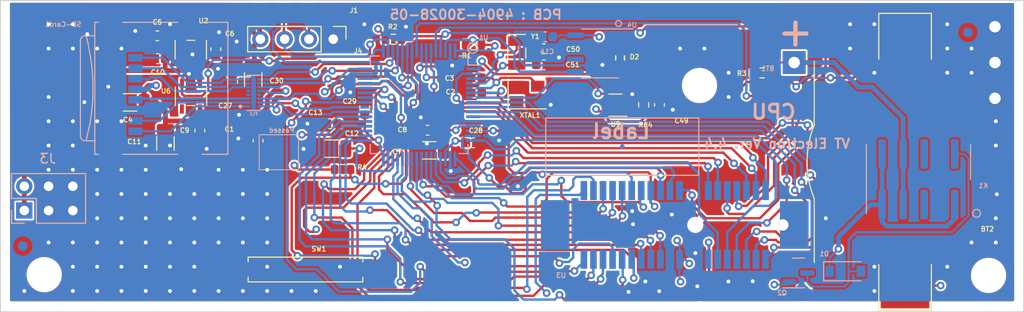
<source format=kicad_pcb>
(kicad_pcb (version 20240108) (generator "pcbnew") (generator_version "8.0")
  (layers (0 "F.Cu" signal) (1 "In1.Cu" signal) (2 "In2.Cu" signal) (31 "B.Cu" signal) (34 "B.Paste" user) (35 "F.Paste" user) (36 "B.SilkS" user "B.Silkscreen") (37 "F.SilkS" user "F.Silkscreen") (38 "B.Mask" user) (39 "F.Mask" user) (44 "Edge.Cuts" user))
  (net 0 "")
  (net 1 "GND")
  (net 2 "/OSC_OUT")
  (net 3 "/OSC_IN")
  (net 4 "/VDDA")
  (net 5 "Net-(U1A-VCAP)")
  (net 6 "Net-(FL1-Pad2)")
  (net 7 "Net-(FL1-Pad3)")
  (net 8 "Net-(FL1-Pad1)")
  (net 10 "Net-(FL1-Pad6)")
  (net 11 "Net-(FL1-Pad7)")
  (net 12 "Net-(FL1-Pad8)")
  (net 13 "/SDAT7")
  (net 16 "/uDTR")
  (net 17 "/uDCD")
  (net 18 "/uPWRKEY")
  (net 19 "/SWDIO")
  (net 20 "/SWCLK")
  (net 21 "/Alim")
  (net 22 "/uStatus")
  (net 23 "/RxD")
  (net 24 "/TxD")
  (net 25 "/SD_D2")
  (net 26 "/SD_D3")
  (net 27 "/SD_CMD")
  (net 28 "/SD_CLK")
  (net 29 "/SD_D0")
  (net 30 "/SD_D1")
  (net 31 "/SYN")
  (net 32 "/SCL")
  (net 33 "/SDAT2")
  (net 34 "/SCS")
  (net 35 "/SDAT3")
  (net 36 "/SDAT4")
  (net 37 "/SDAT5")
  (net 38 "/SDAT6")
  (net 39 "/+3V3")
  (net 40 "/RS485_RxD")
  (net 41 "/IRQ2")
  (net 42 "/READY")
  (net 43 "/SCLK")
  (net 44 "/MISO")
  (net 45 "/MOSI")
  (net 46 "/SS")
  (net 47 "/RS485_TxD")
  (net 48 "/RS485_DE")
  (net 49 "/NRST")
  (net 50 "/OSC32_IN")
  (net 51 "/OSC32_OUT")
  (net 52 "/Magnet")
  (net 53 "/BT_RxD")
  (net 54 "/BT_TxD")
  (net 55 "/LED3")
  (net 56 "/LED2")
  (net 57 "/LED1")
  (net 58 "/VBAT")
  (net 60 "/ADE_Reset")
  (net 61 "/SDAe")
  (net 62 "/SCLe")
  (net 63 "/StartMasura")
  (net 64 "/Main")
  (net 65 "/BT_RTS")
  (net 66 "/BT_CTS")
  (net 67 "Net-(FL1-SDDATA0)")
  (net 69 "/Mains")
  (net 70 "/+3V3_SD")
  (net 71 "/+5V")
  (net 72 "Net-(FL1-SDDATA2)")
  (net 74 "/Uext")
  (net 75 "/Batt_On")
  (net 77 "Net-(FL1-SDCLK)")
  (net 78 "Net-(FL1-SDCMD)")
  (net 79 "Net-(FL1-SDDATA3)")
  (net 80 "Net-(FL1-SDDATA1)")
  (footprint "Capacitor_SMD:C_0603_1608Metric" (layer "F.Cu") (at 34.46 12.4046 180)
    (property "Reference" "C13")
    (property "Value" "100n")
  )
  (footprint "Resistor_SMD:R_0603_1608Metric" (layer "F.Cu") (at 41.0894 3.5654 180)
    (property "Reference" "R2")
    (property "Value" "10k")
  )
  (footprint "Package_TO_SOT_SMD:SC-82AA" (layer "F.Cu") (at 64.3154 10.4638 180)
    (property "Reference" "U9")
    (property "Value" "XC6120N302NR-G" (hide yes))
  )
  (footprint "Fiducial:Fiducial_1mm_Mask2mm" (layer "F.Cu") (at 101.1682 2.8448)
    (property "Reference" "FID3" (hide yes))
    (property "Value" "Fiducial" (hide yes))
  )
  (footprint "Capacitor_SMD:C_1206_3216Metric" (layer "F.Cu") (at 44.8486 15.1986 180)
    (property "Reference" "C7")
    (property "Value" "10u")
  )
  (footprint "Crystal:Crystal_SMD_SeikoEpson_TSX3225-4Pin_3.2x2.5mm" (layer "F.Cu") (at 55.0848 9.2804)
    (property "Reference" "XTAL1")
    (property "Value" "403C11A16M00000" (hide yes))
  )
  (footprint "Capacitor_SMD:C_0603_1608Metric" (layer "F.Cu") (at 68.9128 10.4384 -90)
    (property "Reference" "C49")
    (property "Value" "100n")
  )
  (footprint "Capacitor_SMD:C_0603_1608Metric" (layer "F.Cu") (at 20.85 13.125 90)
    (property "Reference" "C9")
    (property "Value" "1u")
  )
  (footprint "Resistor_SMD:R_0603_1608Metric" (layer "F.Cu") (at 49.4714 4.1496)
    (property "Reference" "R1")
    (property "Value" "10k")
  )
  (footprint "MountingHole:MountingHole_3.2mm_Simpla" (layer "F.Cu") (at 4.572 28.2194)
    (property "Reference" "H1" (hide yes))
    (property "Value" "MountingHole" (hide yes))
  )
  (footprint "Capacitor_SMD:C_0603_1608Metric" (layer "F.Cu") (at 26.94 14.19 90)
    (property "Reference" "C1")
    (property "Value" "100n")
  )
  (footprint "Capacitor_SMD:C_0603_1608Metric" (layer "F.Cu") (at 38.0922 10.6774 90)
    (property "Reference" "C29")
    (property "Value" "100n")
  )
  (footprint "Connector_PinHeader_2.54mm:PinHeader_1x04_P2.54mm_Vertical" (layer "F.Cu") (at 34.8 3.55 -90)
    (property "Reference" "J4")
    (property "Value" "Conn_01x04_Male" (hide yes))
  )
  (footprint "Capacitor_SMD:C_0603_1608Metric" (layer "F.Cu") (at 16.4 3.2)
    (property "Reference" "C5")
    (property "Value" "1u")
  )
  (footprint "Crystal:Crystal_SMD_EuroQuartz_EQ161-2Pin_3.2x1.5mm" (layer "F.Cu") (at 53.9926 5.0078 -90)
    (property "Reference" "Y1")
    (property "Value" "ECS-.327-6-34B-C-TR" (hide yes))
  )
  (footprint "AP3012KTR-G1:AP3012KTR-G1" (layer "F.Cu") (at 19.9 4.65 90)
    (property "Reference" "U2")
    (property "Value" "AP7343DQ-33W5-7" (hide yes))
  )
  (footprint "Capacitor_SMD:C_1206_3216Metric" (layer "F.Cu") (at 34.6378 15.0208 180)
    (property "Reference" "C12")
    (property "Value" "4,7u")
  )
  (footprint "Capacitor_SMD:C_0603_1608Metric" (layer "F.Cu") (at 56.812 4.556)
    (property "Reference" "C50")
    (property "Value" "10p")
  )
  (footprint "Capacitor_SMD:C_1206_3216Metric" (layer "F.Cu") (at 13.55 10.175 180)
    (property "Reference" "C4")
    (property "Value" "10u")
  )
  (footprint "Resistor_SMD:R_0603_1608Metric" (layer "F.Cu") (at 67.2618 10.4384 90)
    (property "Reference" "R64")
    (property "Value" "1k")
  )
  (footprint "Capacitor_SMD:C_0603_1608Metric" (layer "F.Cu") (at 24.2746 8.0104 -90)
    (property "Reference" "C27")
    (property "Value" "100n")
  )
  (footprint "Button_Switch_SMD:SW_SPST_REED_CT10-XXXX-G1" (layer "F.Cu") (at 31.8946 27.6794 180)
    (property "Reference" "SW1")
    (property "Value" "CT10-1030-G1")
  )
  (footprint "Fiducial:Fiducial_1mm_Mask2mm" (layer "F.Cu") (at 2.9132 3.1844)
    (property "Reference" "FID2" (hide yes))
    (property "Value" "Fiducial" (hide yes))
  )
  (footprint "Battery:BatteryHolder_Keystone_3002_1x2032" (layer "F.Cu") (at 94.6 16.4 90)
    (property "Reference" "BT2")
    (property "Value" "Battery_Cell")
  )
  (footprint "MountingHole:MountingHole_3.2mm_Simpla" (layer "F.Cu") (at 103.3272 28.2956)
    (property "Reference" "H2" (hide yes))
    (property "Value" "MountingHole" (hide yes))
  )
  (footprint "Capacitor_SMD:C_0603_1608Metric" (layer "F.Cu") (at 56.812 6.2324)
    (property "Reference" "C51")
    (property "Value" "10p")
  )
  (footprint "Capacitor_SMD:C_1206_3216Metric" (layer "F.Cu") (at 17.25 14.48 90)
    (property "Reference" "C11")
    (property "Value" "10u")
  )
  (footprint "Resistor_SMD:R_0603_1608Metric" (layer "F.Cu") (at 79.6544 7.0866 180)
    (property "Reference" "R3")
    (property "Value" "0")
  )
  (footprint "Resistor_SMD:R_0603_1608Metric" (layer "F.Cu") (at 35.7808 17.2052)
    (property "Reference" "R4")
    (property "Value" "10k")
  )
  (footprint "MountingHole:MountingHole_3.2mm_Simpla" (layer "F.Cu") (at 73.1012 8.4074)
    (property "Reference" "H3" (hide yes))
    (property "Value" "MountingHole" (hide yes))
  )
  (footprint "Connector_PinHeader_2.54mm:A_PinHeader_1x04_P2.54mm_Test" (layer "F.Cu") (at 34.7218 0.7684 -90)
    (property "Reference" "J1")
    (property "Value" "Conn_01x04_Male" (hide yes))
  )
  (footprint "AP3012KTR-G1:AP3012KTR-G1" (layer "F.Cu") (at 19.925 9.525 -90)
    (property "Reference" "U6")
    (property "Value" "AP7343DQ-33W5-7" (hide yes))
  )
  (footprint "Capacitor_SMD:C_0603_1608Metric" (layer "F.Cu") (at 16.45 5.6 180)
    (property "Reference" "C10")
    (property "Value" "1u")
  )
  (footprint "Capacitor_SMD:C_0603_1608Metric" (layer "F.Cu") (at 44.6708 13.0904 180)
    (property "Reference" "C8")
    (property "Value" "100n")
  )
  (footprint "Capacitor_SMD:C_0603_1608Metric" (layer "F.Cu") (at 49.446 14.4112)
    (property "Reference" "C28")
    (property "Value" "100n")
  )
  (footprint "Capacitor_SMD:C_1206_3216Metric" (layer "F.Cu") (at 26.4336 7.7836 -90)
    (property "Reference" "C30")
    (property "Value" "10u")
  )
  (footprint "Capacitor_SMD:C_0603_1608Metric" (layer "F.Cu") (at 49.5476 9.1788 180)
    (property "Reference" "C2")
    (property "Value" "10p")
  )
  (footprint "ESD:SOD-923_ONS" (layer "F.Cu") (at 64.7954 5.5118 -90)
    (property "Reference" "D2")
    (property "Value" "ESD9B5.0ST5G" (hide yes))
  )
  (footprint "Capacitor_SMD:C_0603_1608Metric" (layer "F.Cu") (at 49.5476 7.604 180)
    (property "Reference" "C3")
    (property "Value" "10p")
  )
  (footprint "Battery:HLC1520-3P" (layer "F.Cu") (at 83 6)
    (property "Reference" "BT1")
    (property "Value" "HLC1520-3P")
  )
  (footprint "Capacitor_SMD:C_0603_1608Metric" (layer "F.Cu") (at 22.525 4.6 90)
    (property "Reference" "C6")
    (property "Value" "1u")
  )
  (footprint "Fiducial:Fiducial_1mm_Mask2mm" (layer "F.Cu") (at 83.99 29.956)
    (property "Reference" "FID1" (hide yes))
    (property "Value" "Fiducial" (hide yes))
  )
  (footprint "Package_TO_SOT_SMD:SOT-23" (layer "B.Cu") (at 83.439 28.0416)
    (property "Reference" "Q2")
    (property "Value" "DTC143T")
  )
  (footprint "Relay_SMD:Relay_Fujitsu_FTR-B4GA003" (layer "B.Cu") (at 96 18.225 90)
    (property "Reference" "K1")
    (property "Value" "FTR-B4GA003Z-B05")
  )
  (footprint "Package_QFP:LQFP-64_10x10mm_P0.5mm" (layer "B.Cu") (at 43.7818 10.4234 180)
    (property "Reference" "U1")
    (property "Value" "STM32U575RIT6")
  )
  (footprint "Diode_SMD:D_SOD-123" (layer "B.Cu") (at 88.3412 27.8638)
    (property "Reference" "D1")
    (property "Value" "1N4148W")
  )
  (footprint "CM1624:FIL_CM1624" (layer "B.Cu") (at 26.4675 9.1788)
    (property "Reference" "FL1")
    (property "Value" "CM1624-08DE")
  )
  (footprint "Fiducial:Fiducial_1mm_Mask2mm" (layer "B.Cu") (at 2.3368 25.2222 180)
    (property "Reference" "FID4" (hide yes))
    (property "Value" "Fiducial" (hide yes))
  )
  (footprint "Connector_PinSocket_2.54mm:PinSocket_2x03_P2.54mm_Vertical" (layer "B.Cu") (at 2.49 21.5 -90)
    (property "Reference" "J3")
    (property "Value" "DS1002-03-2*3131")
  )
  (footprint "Package_SO:SO-8_3.9x4.9mm_P1.27mm" (layer "B.Cu") (at 62.7 5.05 180)
    (property "Reference" "U4")
    (property "Value" "CAT24C512XE-T2")
  )
  (footprint "Symbol:Eticheta" (layer "B.Cu") (at 65.024 14.8082 180)
    (property "Reference" "TP1" (hide yes))
    (property "Value" "Eticheta" (hide yes))
  )
  (footprint "PCI_SMD_MOD:10061913-100CLF" (layer "B.Cu") (at 72.66 23.01)
    (property "Reference" "U3")
    (property "Value" "10061913-100CLF")
  )
  (footprint "Capacitor_SMD:C_0603_1608Metric" (layer "B.Cu") (at 56.9722 3.302 180)
    (property "Reference" "C14")
    (property "Value" "100n")
  )
  (footprint "Connector_Card:microSD_HC_Wuerth_693072010801" (layer "B.Cu") (at 15.6707 8.7 -90)
    (property "Reference" "SD-Card1")
    (property "Value" "HC_Wuerth_693072010801" (hide yes))
  )
  (gr_rect (start 27.051 13.5636) (end 31.1658 17.2212) (stroke (width 0.1)) (fill none) (layer "B.SilkS"))
  (gr_line (start 0 32.1) (end 107 32.1) (stroke (width 0.1)) (layer "Edge.Cuts"))
  (gr_line (start 107 32.1) (end 107 17) (stroke (width 0.1)) (layer "Edge.Cuts"))
  (gr_line (start 0 -0.5) (end 0 32.1) (stroke (width 0.1)) (layer "Edge.Cuts"))
  (gr_line (start 107 -0.5) (end 0 -0.5) (stroke (width 0.1)) (layer "Edge.Cuts"))
  (gr_line (start 107 17) (end 107 -0.5) (stroke (width 0.1)) (layer "Edge.Cuts"))
  (gr_text "VT Electron Ver. 4.4\n" (at 81.2038 14.5034 0) (layer "B.SilkS") (effects (font (size 1 1) (thickness 0.2)) (justify mirror)))
  (gr_text "Passed" (at 29.4132 13.081 0) (layer "B.SilkS") (effects (font (size 0.5 0.5) (thickness 0.1)) (justify mirror)))
  (gr_text "PCB : 4904-30028-05" (at 49.7078 0.9906 0) (layer "B.SilkS") (effects (font (size 1 1) (thickness 0.2)) (justify mirror)))
  (gr_text "Label" (at 64.897 13.208 0) (layer "B.SilkS") (effects (font (size 1.5 1.5) (thickness 0.3)) (justify mirror)))
  (gr_text "CPU" (at 80.8482 11.176 0) (layer "B.SilkS") (effects (font (size 1.5 1.5) (thickness 0.3)) (justify mirror)))
  (segment (start 22.525 3.825) (end 24.675 3.825) (width 0.25) (layer "F.Cu") (net 1))
  (segment (start 14.6046 3.2) (end 14.097 2.6924) (width 0.25) (layer "F.Cu") (net 1))
  (segment (start 8.8 10.175) (end 8.775 10.15) (width 0.25) (layer "F.Cu") (net 1))
  (segment (start 36.619 10.0678) (end 37.9268 10.0678) (width 0.25) (layer "F.Cu") (net 1))
  (segment (start 24.2746 8.7854) (end 23.4104 8.7854) (width 0.25) (layer "F.Cu") (net 1))
  (segment (start 34.8 0.8466) (end 34.7218 0.7684) (width 0.2) (layer "F.Cu") (net 1))
  (segment (start 36.576 9.1186) (end 37.3598 9.9024) (width 0.25) (layer "F.Cu") (net 1))
  (segment (start 65.1404 9.8138) (end 65.5242 9.8138) (width 0.25) (layer "F.Cu") (net 1))
  (segment (start 31.7168 15.0208) (end 31.6914 15.0462) (width 0.25) (layer "F.Cu") (net 1))
  (segment (start 17.6822 15.955) (end 17.25 15.955) (width 0.5) (layer "F.Cu") (net 1))
  (segment (start 51.9352 15.0716) (end 51.2748 14.4112) (width 0.25) (layer "F.Cu") (net 1))
  (segment (start 58.3738 5.432) (end 58.4122 5.4704) (width 0.25) (layer "F.Cu") (net 1))
  (segment (start 21.5646 15.0368) (end 20.85 14.3222) (width 0.5) (layer "F.Cu") (net 1))
  (segment (start 37.3598 9.9024) (end 38.0922 9.9024) (width 0.25) (layer "F.Cu") (net 1))
  (segment (start 57.587 5.432) (end 57.587 4.556) (width 0.25) (layer "F.Cu") (net 1))
  (segment (start 43.8958 13.0904) (end 43.8958 11.808) (width 0.25) (layer "F.Cu") (net 1))
  (segment (start 47.8204 7.604) (end 47.2362 7.0198) (width 0.25) (layer "F.Cu") (net 1))
  (segment (start 25.9604 8.7854) (end 26.4336 9.2586) (width 0.25) (layer "F.Cu") (net 1))
  (segment (start 33.685 11.681) (end 34.3838 10.9822) (width 0.25) (layer "F.Cu") (net 1))
  (segment (start 15.675 3.25) (end 15.625 3.2) (width 0.25) (layer "F.Cu") (net 1))
  (segment (start 34.8 3.55) (end 34.8 0.8466) (width 0.2) (layer "F.Cu") (net 1))
  (segment (start 66.068 9.27) (end 66.068 9.3103) (width 0.25) (layer "F.Cu") (net 1))
  (segment (start 9.05 3.2) (end 9.025 3.175) (width 0.25) (layer "F.Cu") (net 1))
  (segment (start 48.7726 9.1788) (end 48.7726 7.604) (width 0.25) (layer "F.Cu") (net 1))
  (segment (start 53.9848 8.4804) (end 54.2512 8.4804) (width 0.2) (layer "F.Cu") (net 1))
  (segment (start 47.55 2.4) (end 47.4 2.25) (width 0.25) (layer "F.Cu") (net 1))
  (segment (start 43.3736 14.921) (end 43.8072 14.4874) (width 0.25) (layer "F.Cu") (net 1))
  (segment (start 22.525 3.825) (end 22.525 3.1544) (width 0.25) (layer "F.Cu") (net 1))
  (segment (start 51.2748 14.4112) (end 50.221 14.4112) (width 0.25) (layer "F.Cu") (net 1))
  (segment (start 47.2362 7.0198) (end 47.2362 6.3086) (width 0.25) (layer "F.Cu") (net 1))
  (segment (start 24.675 3.825) (end 24.7 3.8) (width 0.25) (layer "F.Cu") (net 1))
  (segment (start 22.725 6.675) (end 22.75 6.65) (width 0.25) (layer "F.Cu") (net 1))
  (segment (start 69.1788 10.9474) (end 68.9128 11.2134) (width 0.25) (layer "F.Cu") (net 1))
  (segment (start 34.3838 10.9822) (end 35.7046 10.9822) (width 0.25) (layer "F.Cu") (net 1))
  (segment (start 47.2362 6.3086) (end 47.55 5.9948) (width 0.25) (layer "F.Cu") (net 1))
  (segment (start 20.85 14.3222) (end 20.85 13.9) (width 0.5) (layer "F.Cu") (net 1))
  (segment (start 94.6 16.4) (end 100.8 16.4) (width 0.25) (layer "F.Cu") (net 1))
  (segment (start 48.7726 7.604) (end 47.8204 7.604) (width 0.25) (layer "F.Cu") (net 1))
  (segment (start 43.3736 13.6126) (end 43.8958 13.0904) (width 0.25) (layer "F.Cu") (net 1))
  (segment (start 19.925 7.4028) (end 19.7104 7.1882) (width 0.25) (layer "F.Cu") (net 1))
  (segment (start 18.8976 17.1704) (end 17.6822 15.955) (width 0.5) (layer "F.Cu") (net 1))
  (segment (start 57.587 6.2324) (end 57.587 5.432) (width 0.25) (layer "F.Cu") (net 1))
  (segment (start 12.075 9.3318) (end 11.2776 8.5344) (width 0.2) (layer "F.Cu") (net 1))
  (segment (start 35.7046 10.9822) (end 36.619 10.0678) (width 0.25) (layer "F.Cu") (net 1))
  (segment (start 51.9352 16.7852) (end 51.9352 15.0716) (width 0.25) (layer "F.Cu") (net 1))
  (segment (start 100.8 16.4) (end 104.2 19.8) (width 0.25) (layer "F.Cu") (net 1))
  (segment (start 57.587 6.2324) (end 62.9324 6.2324) (width 0.25) (layer "F.Cu") (net 1))
  (segment (start 57.2056 10.0804) (end 57.5486 10.4234) (width 0.25) (layer "F.Cu") (net 1))
  (segment (start 24.875 14.795) (end 25.045 14.965) (width 0.25) (layer "F.Cu") (net 1))
  (segment (start 24.2746 8.7854) (end 25.9604 8.7854) (width 0.25) (layer "F.Cu") (net 1))
  (segment (start 33.1628 15.0208) (end 31.7168 15.0208) (width 0.25) (layer "F.Cu") (net 1))
  (segment (start 33.685 12.4046) (end 33.685 11.681) (width 0.25) (layer "F.Cu") (net 1))
  (segment (start 15.625 3.2) (end 14.6046 3.2) (width 0.25) (layer "F.Cu") (net 1))
  (segment (start 33.685 12.4046) (end 32.0978 12.4046) (width 0.25) (layer "F.Cu") (net 1))
  (segment (start 55.8512 10.0804) (end 56.1848 10.0804) (width 0.2) (layer "F.Cu") (net 1))
  (segment (start 43.8958 11.808) (end 43.9596 11.7442) (width 0.25) (layer "F.Cu") (net 1))
  (segment (start 19.925 8.18515) (end 19.925 7.4028) (width 0.25) (layer "F.Cu") (net 1))
  (segment (start 22.525 3.1544) (end 22.86 2.8194) (width 0.25) (layer "F.Cu") (net 1))
  (segment (start 24.875 13.95) (end 24.875 14.795) (width 0.25) (layer "F.Cu") (net 1))
  (segment (start 19.9 5.325) (end 20.075 5.15) (width 0.25) (layer "F.Cu") (net 1))
  (segment (start 54.11 18.96) (end 51.9352 16.7852) (width 0.25) (layer "F.Cu") (net 1))
  (segment (start 9.025 3.075) (end 9.075 3.025) (width 0.25) (layer "F.Cu") (net 1))
  (segment (start 43.3736 15.1986) (end 43.3736 14.921) (width 0.25) (layer "F.Cu") (net 1))
  (segment (start 37.9268 10.0678) (end 38.0922 9.9024) (width 0.25) (layer "F.Cu") (net 1))
  (segment (start 12.075 10.175) (end 12.075 9.3318) (width 0.2) (layer "F.Cu") (net 1))
  (segment (start 47.55 5.9948) (end 47.55 2.4) (width 0.25) (layer "F.Cu") (net 1))
  (segment (start 43.8072 14.4874) (end 44.5946 14.4874) (width 0.25) (layer "F.Cu") (net 1))
  (segment (start 51.8844 14.4112) (end 52.1384 14.1572) (width 0.25) (layer "F.Cu") (net 1))
  (segment (start 56.1848 10.0804) (end 57.2056 10.0804) (width 0.25) (layer "F.Cu") (net 1))
  (segment (start 15.675 5.6) (end 15.675 3.25) (width 0.25) (layer "F.Cu") (net 1))
  (segment (start 23.4104 8.7854) (end 22.725 8.1) (width 0.25) (layer "F.Cu") (net 1))
  (segment (start 19.9 5.98985) (end 19.9 5.325) (width 0.25) (layer "F.Cu") (net 1))
  (segment (start 50.221 14.4112) (end 51.8844 14.4112) (width 0.25) (layer "F.Cu") (net 1))
  (segment (start 26.4336 9.2586) (end 24.95 10.7422) (width 0.25) (layer "F.Cu") (net 1))
  (segment (start 24.95 10.7422) (end 24.95 11.475) (width 0.25) (layer "F.Cu") (net 1))
  (segment (start 70.3072 10.9474) (end 69.1788 10.9474) (width 0.25) (layer "F.Cu") (net 1))
  (segment (start 26.94 14.965) (end 25.045 14.965) (width 0.25) (layer "F.Cu") (net 1))
  (segment (start 22.725 8.1) (end 22.725 6.675) (width 0.25) (layer "F.Cu") (net 1))
  (segment (start 43.3736 15.1986) (end 43.3736 13.6126) (width 0.25) (layer "F.Cu") (net 1))
  (segment (start 9.025 3.175) (end 9.025 3.075) (width 0.25) (layer "F.Cu") (net 1))
  (segment (start 57.587 5.432) (end 58.3738 5.432) (width 0.25) (layer "F.Cu") (net 1))
  (segment (start 54.2512 8.4804) (end 55.8512 10.0804) (width 0.2) (layer "F.Cu") (net 1))
  (segment (start 34.8 1.2466) (end 34.7218 1.1684) (width 0.2) (layer "F.Cu") (net 1))
  (segment (start 47.4 2.25) (end 42.4 2.25) (width 0.25) (layer "F.Cu") (net 1))
  (segment (start 65.5242 9.8138) (end 66.068 9.27) (width 0.25) (layer "F.Cu") (net 1))
  (via (at 5.03 1.99) (size 0.8) (drill 0.4) (layers "F.Cu" "B.Cu") (net 1))
  (via (at 54.11 18.96) (size 0.8) (drill 0.4) (layers "F.Cu" "B.Cu") (net 1))
  (via (at 22.81 24.85) (size 0.8) (drill 0.4) (layers "F.Cu" "B.Cu") (net 1))
  (via (at 70.3072 10.9474) (size 0.8) (drill 0.4) (layers "F.Cu" "B.Cu") (net 1))
  (via (at 25.35 29.93) (size 0.8) (drill 0.4) (layers "F.Cu" "B.Cu") (net 1))
  (via (at 27.89 29.93) (size 0.8) (drill 0.4) (layers "F.Cu" "B.Cu") (net 1))
  (via (at 7.57 29.93) (size 0.8) (drill 0.4) (layers "F.Cu" "B.Cu") (net 1))
  (via (at 88.85 1.99) (size 0.8) (drill 0.4) (layers "F.Cu" "B.Cu") (net 1))
  (via (at 76.1238 28.9306) (size 0.8) (drill 0.4) (layers "F.Cu" "B.Cu") (net 1))
  (via (at 78.6638 28.9052) (size 0.8) (drill 0.4) (layers "F.Cu" "B.Cu") (net 1))
  (via (at 10.11 27.39) (size 0.8) (drill 0.4) (layers "F.Cu" "B.Cu") (net 1))
  (via (at 7.57 24.85) (size 0.8) (drill 0.4) (layers "F.Cu" "B.Cu") (net 1))
  (via (at 104.09 12.15) (size 0.8) (drill 0.4) (layers "F.Cu" "B.Cu") (net 1))
  (via (at 7.57 14.69) (size 0.8) (drill 0.4) (layers "F.Cu" "B.Cu") (net 1))
  (via (at 12.65 22.31) (size 0.8) (drill 0.4) (layers "F.Cu" "B.Cu") (net 1))
  (via (at 17.73 29.93) (size 0.8) (drill 0.4) (layers "F.Cu" "B.Cu") (net 1))
  (via (at 25.35 24.85) (size 0.8) (drill 0.4) (layers "F.Cu" "B.Cu") (net 1))
  (via (at 12.65 19.77) (size 0.8) (drill 0.4) (layers "F.Cu" "B.Cu") (net 1))
  (via (at 17.73 27.39) (size 0.8) (drill 0.4) (layers "F.Cu" "B.Cu") (net 1))
  (via (at 99.01 4.53) (size 0.8) (drill 0.4) (layers "F.Cu" "B.Cu") (net 1))
  (via (at 22.81 17.23) (size 0.8) (drill 0.4) (layers "F.Cu" "B.Cu") (net 1))
  (via (at 21.5646 15.0368) (size 0.8) (drill 0.4) (layers "F.Cu" "B.Cu") (net 1))
  (via (at 76.15 7.07) (size 0.8) (drill 0.4) (layers "F.Cu" "B.Cu") (net 1))
  (via (at 99.01 1.99) (size 0.8) (drill 0.4) (layers "F.Cu" "B.Cu") (net 1))
  (via (at 70.2056 21.9202) (size 0.8) (drill 0.4) (layers "F.Cu" "B.Cu") (net 1))
  (via (at 27.89 17.23) (size 0.8) (drill 0.4) (layers "F.Cu" "B.Cu") (net 1))
  (via (at 7.57 27.39) (size 0.8) (drill 0.4) (layers "F.Cu" "B.Cu") (net 1))
  (via (at 14.097 2.6924) (size 0.8) (drill 0.4) (layers "F.Cu" "B.Cu") (net 1))
  (via (at 12.65 27.39) (size 0.8) (drill 0.4) (layers "F.Cu" "B.Cu") (net 1))
  (via (at 8.775 10.15) (size 0.8) (drill 0.4) (layers "F.Cu" "B.Cu") (net 1))
  (via (at 22.81 29.93) (size 0.8) (drill 0.4) (layers "F.Cu" "B.Cu") (net 1))
  (via (at 7.57 4.53) (size 0.8) (drill 0.4) (layers "F.Cu" "B.Cu") (net 1))
  (via (at 42.4 2.25) (size 0.8) (drill 0.4) (layers "F.Cu" "B.Cu") (net 1))
  (via (at 71.07 4.53) (size 0.8) (drill 0.4) (layers "F.Cu" "B.Cu") (net 1))
  (via (at 17.73 14.69) (size 0.8) (drill 0.4) (layers "F.Cu" "B.Cu") (net 1))
  (via (at 47.2362 6.3086) (size 0.8) (drill 0.4) (layers "F.Cu" "B.Cu") (net 1))
  (via (at 12.65 12.15) (size 0.8) (drill 0.4) (layers "F.Cu" "B.Cu") (net 1))
  (via (at 10.11 17.23) (size 0.8) (drill 0.4) (layers "F.Cu" "B.Cu") (net 1))
  (via (at 35.51 27.39) (size 0.8) (drill 0.4) (layers "F.Cu" "B.Cu") (net 1))
  (via (at 22.81 22.31) (size 0.8) (drill 0.4) (layers "F.Cu" "B.Cu") (net 1))
  (via (at 2.49 29.93) (size 0.8) (drill 0.4) (layers "F.Cu" "B.Cu") (net 1))
  (via (at 12.65 17.23) (size 0.8) (drill 0.4) (layers "F.Cu" "B.Cu") (net 1))
  (via (at 20.27 19.77) (size 0.8) (drill 0.4) (layers "F.Cu" "B.Cu") (net 1))
  (via (at 27.89 19.77) (size 0.8) (drill 0.4) (layers "F.Cu" "B.Cu") (net 1))
  (via (at 5.03 17.23) (size 0.8) (drill 0.4) (layers "F.Cu" "B.Cu") (net 1))
  (via (at 104.2 19.8) (size 0.8) (drill 0.4) (layers "F.Cu" "B.Cu") (net 1))
  (via (at 58.4122 5.4704) (size 0.8) (drill 0.4) (layers "F.Cu" "B.Cu") (net 1))
  (via (at 7.57 17.23) (size 0.8) (drill 0.4) (layers "F.Cu" "B.Cu") (net 1))
  (via (at 65.6844 30.0228) (size 0.8) (drill 0.4) (layers "F.Cu" "B.Cu") (net 1))
  (via (at 52.1384 14.1572) (size 0.8) (drill 0.4) (layers "F.Cu" "B.Cu") (net 1))
  (via (at 36.576 9.1186) (size 0.8) (drill 0.4) (layers "F.Cu" "B.Cu") (net 1))
  (via (at 91.39 1.99) (size 0.8) (drill 0.4) (layers "F.Cu" "B.Cu") (net 1))
  (via (at 24.95 11.475) (size 0.8) (drill 0.4) (layers "F.Cu" "B.Cu") (net 1))
  (via (at 101.55 7.07) (size 0.8) (drill 0.4) (layers "F.Cu" "B.Cu") (net 1))
  (via (at 12.65 29.93) (size 0.8) (drill 0.4) (layers "F.Cu" "B.Cu") (net 1))
  (via (at 101.55 4.53) (size 0.8) (drill 0.4) (layers "F.Cu" "B.Cu") (net 1))
  (via (at 91.39 7.07) (size 0.8) (drill 0.4) (layers "F.Cu" "B.Cu") (net 1))
  (via (at 31.6914 15.0462) (size 0.8) (drill 0.4) (layers "F.Cu" "B.Cu") (net 1))
  (via (at 15.19 17.23) (size 0.8) (drill 0.4) (layers "F.Cu" "B.Cu") (net 1))
  (via (at 25.35 17.23) (size 0.8) (drill 0.4) (layers "F.Cu" "B.Cu") (net 1))
  (via (at 15.19 27.39) (size 0.8) (drill 0.4) (layers "F.Cu" "B.Cu") (net 1))
  (via (at 20.075 5.15) (size 0.8) (drill 0.4) (layers "F.Cu" "B.Cu") (net 1))
  (via (at 5.03 14.69) (size 0.8) (drill 0.4) (layers "F.Cu" "B.Cu") (net 1))
  (via (at 104.09 22.31) (size 0.8) (drill 0.4) (layers "F.Cu" "B.Cu") (net 1))
  (via (at 17.73 22.31) (size 0.8) (drill 0.4) (layers "F.Cu" "B.Cu") (net 1))
  (via (at 32.97 29.93) (size 0.8) (drill 0.4) (layers "F.Cu" "B.Cu") (net 1))
  (via (at 15.19 14.69) (size 0.8) (drill 0.4) (layers "F.Cu" "B.Cu") (net 1))
  (via (at 47.0916 17.3678) (size 0.8) (drill 0.4) (layers "F.Cu" "B.Cu") (net 1))
  (via (at 91.39 29.93) (size 0.8) (drill 0.4) (layers "F.Cu" "B.Cu") (net 1))
  (via (at 22.75 6.65) (size 0.8) (drill 0.4) (layers "F.Cu" "B.Cu") (net 1))
  (via (at 10.11 12.15) (size 0.8) (drill 0.4) (layers "F.Cu" "B.Cu") (net 1))
  (via (at 22.81 19.77) (size 0.8) (drill 0.4) (layers "F.Cu" "B.Cu") (net 1))
  (via (at 30.43 29.93) (size 0.8) (drill 0.4) (layers "F.Cu" "B.Cu") (net 1))
  (via (at 72.8726 29.4386) (size 0.8) (drill 0.4) (layers "F.Cu" "B.Cu") (net 1))
  (via (at 104.09 24.85) (size 0.8) (drill 0.4) (layers "F.Cu" "B.Cu") (net 1))
  (via (at 66.1416 22.9362) (size 0.8) (drill 0.4) (layers "F.Cu" "B.Cu") (net 1))
  (via (at 10.11 22.31) (size 0.8) (drill 0.4) (layers "F.Cu" "B.Cu") (net 1))
  (via (at 76.15 9.61) (size 0.8) (drill 0.4) (layers "F.Cu" "B.Cu") (net 1))
  (via (at 20.27 27.39) (size 0.8) (drill 0.4) (layers "F.Cu" "B.Cu") (net 1))
  (via (at 25.35 19.77) (size 0.8) (drill 0.4) (layers "F.Cu" "B.Cu") (net 1))
  (via (at 10.11 24.85) (size 0.8) (drill 0.4) (layers "F.Cu" "B.Cu") (net 1))
  (via (at 15.19 19.77) (size 0.8) (drill 0.4) (layers "F.Cu" "B.Cu") (net 1))
  (via (at 27.89 27.39) (size 0.8) (drill 0.4) (layers "F.Cu" "B.Cu") (net 1))
  (via (at 62.95 6.25) (size 0.8) (drill 0.4) (layers "F.Cu" "B.Cu") (net 1))
  (via (at 7.57 1.99) (size 0.8) (drill 0.4) (layers "F.Cu" "B.Cu") (net 1))
  (via (at 20.27 29.93) (size 0.8) (drill 0.4) (layers "F.Cu" "B.Cu") (net 1))
  (via (at 43.9596 11.7442) (size 0.8) (drill 0.4) (layers "F.Cu" "B.Cu") (net 1))
  (via (at 57.5486 10.4234) (size 0.8) (drill 0.4) (layers "F.Cu" "B.Cu") (net 1))
  (via (at 17.73 1.99) (size 0.8) (drill 0.4) (layers "F.Cu" "B.Cu") (net 1))
  (via (at 9.075 3.025) (size 0.8) (drill 0.4) (layers "F.Cu" "B.Cu") (net 1))
  (via (at 68.8848 29.9466) (size 0.8) (drill 0.4) (layers "F.Cu" "B.Cu") (net 1))
  (via (at 27.89 22.31) (size 0.8) (drill 0.4) (layers "F.Cu" "B.Cu") (net 1))
  (via (at 73.61 4.53) (size 0.8) (drill 0.4) (layers "F.Cu" "B.Cu") (net 1))
  (via (at 17.73 19.77) (size 0.8) (drill 0.4) (layers "F.Cu" "B.Cu") (net 1))
  (via (at 91.39 27.39) (size 0.8) (drill 0.4) (layers "F.Cu" "B.Cu") (net 1))
  (via (at 101.55 24.85) (size 0.8) (drill 0.4) (layers "F.Cu" "B.Cu") (net 1))
  (via (at 86.31 22.31) (size 0.8) (drill 0.4) (layers "F.Cu" "B.Cu") (net 1))
  (via (at 24.875 13.95) (size 0.8) (drill 0.4) (layers "F.Cu" "B.Cu") (net 1))
  (via (at 20.27 22.31) (size 0.8) (drill 0.4) (layers "F.Cu" "B.Cu") (net 1))
  (via (at 15.19 22.31) (size 0.8) (drill 0.4) (layers "F.Cu" "B.Cu") (net 1))
  (via (at 5.03 12.15) (size 0.8) (drill 0.4) (layers "F.Cu" "B.Cu") (net 1))
  (via (at 27.89 24.85) (size 0.8) (drill 0.4) (layers "F.Cu" "B.Cu") (net 1))
  (via (at 5.03 9.61) (size 0.8) (drill 0.4) (layers "F.Cu" "B.Cu") (net 1))
  (via (at 19.7104 7.1882) (size 0.8) (drill 0.4) (layers "F.Cu" "B.Cu") (net 1))
  (via (at 104.09 14.69) (size 0.8) (drill 0.4) (layers "F.Cu" "B.Cu") (net 1))
  (via (at 72.6694 25.9588) (size 0.8) (drill 0.4) (layers "F.Cu" "B.Cu") (net 1))
  (via (at 11.2776 8.5344) (size 0.8) (drill 0.4) (layers "F.Cu" "B.Cu") (net 1))
  (via (at 66.068 9.3103) (size 0.8) (drill 0.4) (layers "F.Cu" "B.Cu") (net 1))
  (via (at 5.03 4.53) (size 0.8) (drill 0.4) (layers "F.Cu" "B.Cu") (net 1))
  (via (at 20.27 24.85) (size 0.8) (drill 0.4) (layers "F.Cu" "B.Cu") (net 1))
  (via (at 17.73 24.85) (size 0.8) (drill 0.4) (layers "F.Cu" "B.Cu") (net 1))
  (via (at 18.8976 17.1704) (size 0.8) (drill 0.4) (layers "F.Cu" "B.Cu") (net 1))
  (via (at 88.85 4.53) (size 0.8) (drill 0.4) (layers "F.Cu" "B.Cu") (net 1))
  (via (at 10.11 4.53) (size 0.8) (drill 0.4) (layers "F.Cu" "B.Cu") (net 1))
  (via (at 10.11 19.77) (size 0.8) (drill 0.4) (layers "F.Cu" "B.Cu") (net 1))
  (via (at 44.5946 14.4874) (size 0.8) (drill 0.4) (layers "F.Cu" "B.Cu") (net 1))
  (via (at 15.19 29.93) (size 0.8) (drill 0.4) (layers "F.Cu" "B.Cu") (net 1))
  (via (at 67.437 28.9306) (size 0.8) (drill 0.4) (layers "F.Cu" "B.Cu") (net 1))
  (via (at 32.0978 12.4046) (size 0.8) (drill 0.4) (layers "F.Cu" "B.Cu") (net 1))
  (via (at 5.03 24.85) (size 0.8) (drill 0.4) (layers "F.Cu" "B.Cu") (net 1))
  (via (at 24.7 3.8) (size 0.8) (drill 0.4) (layers "F.Cu" "B.Cu") (net 1))
  (via (at 12.65 4.53) (size 0.8) (drill 0.4) (layers "F.Cu" "B.Cu") (net 1))
  (via (at 10.11 29.93) (size 0.8) (drill 0.4) (layers "F.Cu" "B.Cu") (net 1))
  (via (at 38.05 1.99) (size 0.8) (drill 0.4) (layers "F.Cu" "B.Cu") (net 1))
  (via (at 99.01 27.39) (size 0.8) (drill 0.4) (layers "F.Cu" "B.Cu") (net 1))
  (via (at 66.0654 21.5646) (size 0.8) (drill 0.4) (layers "F.Cu" "B.Cu") (net 1))
  (via (at 99.01 7.07) (size 0.8) (drill 0.4) (layers "F.Cu" "B.Cu") (net 1))
  (via (at 15.19 24.85) (size 0.8) (drill 0.4) (layers "F.Cu" "B.Cu") (net 1))
  (via (at 7.57 12.15) (size 0.8) (drill 0.4) (layers "F.Cu" "B.Cu") (net 1))
  (via (at 25.35 22.31) (size 0.8) (drill 0.4) (layers "F.Cu" "B.Cu") (net 1))
  (via (at 22.86 2.8194) (size 0.8) (drill 0.4) (layers "F.Cu" "B.Cu") (net 1))
  (via (at 12.65 24.85) (size 0.8) (drill 0.4) (layers "F.Cu" "B.Cu") (net 1))
  (segment (start 47.0916 17.3678) (end 47.0318 17.308) (width 0.25) (layer "B.Cu") (net 1))
  (segment (start 65.275 6.955) (end 65.275 5.685) (width 0.25) (layer "B.Cu") (net 1))
  (segment (start 65.275 5.685) (end 65.275 4.415) (width 0.25) (layer "B.Cu") (net 1))
  (segment (start 47.0318 6.1042) (end 47.2362 6.3086) (width 0.25) (layer "B.Cu") (net 1))
  (segment (start 36.576 9.1186) (end 36.111 8.6536) (width 0.25) (layer "B.Cu") (net 1))
  (segment (start 36.111 7.8834) (end 36.821 7.1734) (width 0.25) (layer "B.Cu") (net 1))
  (segment (start 36.821 7.1734) (end 38.1068 7.1734) (width 0.25) (layer "B.Cu") (net 1))
  (segment (start 47.0318 4.7484) (end 47.0318 6.1042) (width 0.25) (layer "B.Cu") (net 1))
  (segment (start 47.0916 17.4244) (end 47.0916 17.3678) (width 0.25) (layer "B.Cu") (net 1))
  (segment (start 44.3888 12.1734) (end 43.9596 11.7442) (width 0.2) (layer "B.Cu") (net 1))
  (segment (start 47.0318 17.308) (end 47.0318 16.0984) (width 0.25) (layer "B.Cu") (net 1))
  (segment (start 36.111 8.6536) (end 36.111 7.8834) (width 0.25) (layer "B.Cu") (net 1))
  (segment (start 49.4568 12.1734) (end 44.3888 12.1734) (width 0.2) (layer "B.Cu") (net 1))
  (segment (start 65.275 4.415) (end 65.275 3.145) (width 0.25) (layer "B.Cu") (net 1))
  (segment (start 52.3748 8.9662) (end 52.1622 9.1788) (width 0.25) (layer "F.Cu") (net 2))
  (segment (start 52.1622 9.1788) (end 50.3226 9.1788) (width 0.25) (layer "F.Cu") (net 2))
  (segment (start 52.028622 9.312378) (end 52.028622 9.500822) (width 0.25) (layer "F.Cu") (net 2))
  (segment (start 52.3748 8.9662) (end 52.028622 9.312378) (width 0.25) (layer "F.Cu") (net 2))
  (segment (start 52.028622 9.500822) (end 52.6082 10.0804) (width 0.25) (layer "F.Cu") (net 2))
  (segment (start 52.6082 10.0804) (end 53.9848 10.0804) (width 0.25) (layer "F.Cu") (net 2))
  (via (at 52.3748 8.9662) (size 0.8) (drill 0.4) (layers "F.Cu" "B.Cu") (net 2))
  (segment (start 52.1732 8.9662) (end 51.966 9.1734) (width 0.25) (layer "B.Cu") (net 2))
  (segment (start 51.966 9.1734) (end 49.4568 9.1734) (width 0.25) (layer "B.Cu") (net 2))
  (segment (start 52.3748 8.9662) (end 52.1732 8.9662) (width 0.25) (layer "B.Cu") (net 2))
  (segment (start 55.415 7.604) (end 56.1848 8.3738) (width 0.25) (layer "F.Cu") (net 3))
  (segment (start 50.3226 7.604) (end 51.3764 7.604) (width 0.25) (layer "F.Cu") (net 3))
  (segment (start 52.3416 7.604) (end 55.415 7.604) (width 0.25) (layer "F.Cu") (net 3))
  (segment (start 51.3764 7.604) (end 51.859 8.0866) (width 0.25) (layer "F.Cu") (net 3))
  (segment (start 56.1848 8.3738) (end 56.1848 8.4804) (width 0.25) (layer "F.Cu") (net 3))
  (segment (start 51.859 8.0866) (end 52.3416 7.604) (width 0.25) (layer "F.Cu") (net 3))
  (via (at 51.859 8.0866) (size 0.8) (drill 0.4) (layers "F.Cu" "B.Cu") (net 3))
  (segment (start 51.2722 8.6734) (end 51.859 8.0866) (width 0.25) (layer "B.Cu") (net 3))
  (segment (start 49.4568 8.6734) (end 51.2722 8.6734) (width 0.25) (layer "B.Cu") (net 3))
  (segment (start 46.4488 13.0904) (end 45.4458 13.0904) (width 0.25) (layer "F.Cu") (net 4))
  (segment (start 46.3236 15.1986) (end 46.3236 13.2156) (width 0.25) (layer "F.Cu") (net 4))
  (segment (start 47.6172 13.0904) (end 46.4488 13.0904) (width 0.25) (layer "F.Cu") (net 4))
  (segment (start 46.3236 13.2156) (end 46.4488 13.0904) (width 0.25) (layer "F.Cu") (net 4))
  (via (at 47.6172 13.0904) (size 0.8) (drill 0.4) (layers "F.Cu" "B.Cu") (net 4))
  (segment (start 49.4568 12.6734) (end 48.0342 12.6734) (width 0.25) (layer "B.Cu") (net 4))
  (segment (start 48.0342 12.6734) (end 47.6172 13.0904) (width 0.25) (layer "B.Cu") (net 4))
  (segment (start 37.5588 14.9954) (end 36.1382 14.9954) (width 0.25) (layer "F.Cu") (net 5))
  (segment (start 36.1382 14.9954) (end 36.1128 15.0208) (width 0.25) (layer "F.Cu") (net 5))
  (via (at 37.5588 14.9954) (size 0.8) (drill 0.4) (layers "F.Cu" "B.Cu") (net 5))
  (segment (start 41.0318 16.9834) (end 41.0318 16.0984) (width 0.25) (layer "B.Cu") (net 5))
  (segment (start 37.2286 16.8496) (end 37.7366 17.3576) (width 0.25) (layer "B.Cu") (net 5))
  (segment (start 40.6576 17.3576) (end 41.0318 16.9834) (width 0.25) (layer "B.Cu") (net 5))
  (segment (start 37.2286 15.3256) (end 37.2286 16.8496) (width 0.25) (layer "B.Cu") (net 5))
  (segment (start 37.5588 14.9954) (end 37.2286 15.3256) (width 0.25) (layer "B.Cu") (net 5))
  (segment (start 37.7366 17.3576) (end 40.6576 17.3576) (width 0.25) (layer "B.Cu") (net 5))
  (segment (start 20.8854 10.1788) (end 25.8925 10.1788) (width 0.25) (layer "B.Cu") (net 6))
  (segment (start 18.574 10.1788) (end 16.6528 12.1) (width 0.25) (layer "B.Cu") (net 6))
  (segment (start 20.8854 10.1788) (end 18.574 10.1788) (width 0.25) (layer "B.Cu") (net 6))
  (segment (start 16.6528 12.1) (end 14.1207 12.1) (width 0.25) (layer "B.Cu") (net 6))
  (segment (start 14.2419 9.7788) (end 14.1207 9.9) (width 0.25) (layer "B.Cu") (net 7))
  (segment (start 17.2972 9.7788) (end 14.2419 9.7788) (width 0.25) (layer "B.Cu") (net 7))
  (segment (start 25.8925 9.7788) (end 17.2972 9.7788) (width 0.25) (layer "B.Cu") (net 7))
  (segment (start 18.9204 12.0796) (end 19.9831 11.0169) (width 0.25) (layer "B.Cu") (net 8))
  (segment (start 17.8 13.2) (end 14.1207 13.2) (width 0.25) (layer "B.Cu") (net 8))
  (segment (start 19.9831 11.0169) (end 17.8 13.2) (width 0.25) (layer "B.Cu") (net 8))
  (segment (start 20.4212 10.5788) (end 25.8925 10.5788) (width 0.25) (layer "B.Cu") (net 8))
  (segment (start 18.3956 12.6044) (end 18.9204 12.0796) (width 0.25) (layer "B.Cu") (net 8))
  (segment (start 19.9831 11.0169) (end 20.4212 10.5788) (width 0.25) (layer "B.Cu") (net 8))
  (segment (start 14.1677 7.747) (end 14.1207 7.7) (width 0.25) (layer "B.Cu") (net 10))
  (segment (start 18.1864 8.9916) (end 23.622 8.9916) (width 0.25) (layer "B.Cu") (net 10))
  (segment (start 15.6972 7.5438) (end 15.494 7.747) (width 0.25) (layer "B.Cu") (net 10))
  (segment (start 23.8378 9.0424) (end 24.3014 8.5788) (width 0.25) (layer "B.Cu") (net 10))
  (segment (start 15.494 7.747) (end 14.1677 7.747) (width 0.25) (layer "B.Cu") (net 10))
  (segment (start 16.7513 7.5565) (end 17.6022 8.4074) (width 0.25) (layer "B.Cu") (net 10))
  (segment (start 16.7386 7.5438) (end 15.6972 7.5438) (width 0.25) (layer "B.Cu") (net 10))
  (segment (start 24.3014 8.5788) (end 25.8925 8.5788) (width 0.25) (layer "B.Cu") (net 10))
  (segment (start 23.622 8.9916) (end 23.6728 9.0424) (width 0.25) (layer "B.Cu") (net 10))
  (segment (start 17.6022 8.4074) (end 16.7386 7.5438) (width 0.25) (layer "B.Cu") (net 10))
  (segment (start 23.6728 9.0424) (end 23.8378 9.0424) (width 0.25) (layer "B.Cu") (net 10))
  (segment (start 17.6022 8.4074) (end 18.1864 8.9916) (width 0.25) (layer "B.Cu") (net 10))
  (segment (start 23.9014 8.1788) (end 23.5204 8.5598) (width 0.25) (layer "B.Cu") (net 11))
  (segment (start 16.9124 6.6) (end 14.1207 6.6) (width 0.25) (layer "B.Cu") (net 11))
  (segment (start 18.8722 8.5598) (end 16.9124 6.6) (width 0.25) (layer "B.Cu") (net 11))
  (segment (start 25.8925 8.1788) (end 23.9014 8.1788) (width 0.25) (layer "B.Cu") (net 11))
  (segment (start 23.5204 8.5598) (end 18.8722 8.5598) (width 0.25) (layer "B.Cu") (net 11))
  (segment (start 23.3998 7.7788) (end 23.0506 8.128) (width 0.25) (layer "B.Cu") (net 12))
  (segment (start 23.0506 8.128) (end 19.5834 8.128) (width 0.25) (layer "B.Cu") (net 12))
  (segment (start 25.8925 7.7788) (end 23.3998 7.7788) (width 0.25) (layer "B.Cu") (net 12))
  (segment (start 19.5834 8.128) (end 16.9554 5.5) (width 0.25) (layer "B.Cu") (net 12))
  (segment (start 16.9554 5.5) (end 14.1207 5.5) (width 0.25) (layer "B.Cu") (net 12))
  (segment (start 58.45 26.95) (end 58.45 27.02) (width 0.25) (layer "F.Cu") (net 13))
  (segment (start 40.177936 8.820264) (end 39.873136 8.820264) (width 0.25) (layer "F.Cu") (net 13))
  (segment (start 39.243 12.1158) (end 40.259 13.1318) (width 0.25) (layer "F.Cu") (net 13))
  (segment (start 38.03 17.33) (end 38.03 18.29) (width 0.25) (layer "F.Cu") (net 13))
  (segment (start 40.259 13.1318) (end 40.259 15.101) (width 0.25) (layer "F.Cu") (net 13))
  (segment (start 57.79 26.29) (end 58.45 26.95) (width 0.25) (layer "F.Cu") (net 13))
  (segment (start 38.03 18.29) (end 37.06 19.26) (width 0.25) (layer "F.Cu") (net 13))
  (segment (start 37.06 19.26) (end 34.37 19.26) (width 0.25) (layer "F.Cu") (net 13))
  (segment (start 41.22 24.8) (end 41.22 23.56) (width 0.25) (layer "F.Cu") (net 13))
  (segment (start 39.243 9.4504) (end 39.243 12.1158) (width 0.25) (layer "F.Cu") (net 13))
  (segment (start 34.37 19.26) (end 33.84 18.73) (width 0.25) (layer "F.Cu") (net 13))
  (segment (start 40.259 15.101) (end 38.03 17.33) (width 0.25) (layer "F.Cu") (net 13))
  (segment (start 42.71 26.29) (end 41.22 24.8) (width 0.25) (layer "F.Cu") (net 13))
  (segment (start 57.79 26.29) (end 42.71 26.29) (width 0.25) (layer "F.Cu") (net 13))
  (segment (start 39.873136 8.820264) (end 39.243 9.4504) (width 0.25) (layer "F.Cu") (net 13))
  (via (at 58.45 27.02) (size 0.8) (drill 0.4) (layers "F.Cu" "B.Cu") (net 13))
  (via (at 33.84 18.73) (size 0.8) (drill 0.4) (layers "F.Cu" "B.Cu") (net 13))
  (via (at 40.177936 8.820264) (size 0.8) (drill 0.4) (layers "F.Cu" "B.Cu") (net 13))
  (via (at 41.22 23.56) (size 0.8) (drill 0.4) (layers "F.Cu" "B.Cu") (net 13))
  (segment (start 40.175 8.8232) (end 40.177936 8.820264) (width 0.25) (layer "B.Cu") (net 13))
  (segment (start 60.5 24.97) (end 59.89 25.58) (width 0.25) (layer "B.Cu") (net 13))
  (segment (start 59.43 26.89) (end 58.58 26.89) (width 0.25) (layer "B.Cu") (net 13))
  (segment (start 34.55 23.56) (end 33.7255 22.7355) (width 0.25) (layer "B.Cu") (net 13))
  (segment (start 63.999999 25.329999) (end 63.64 24.97) (width 0.25) (layer "B.Cu") (net 13))
  (segment (start 58.58 26.89) (end 58.45 27.02) (width 0.25) (layer "B.Cu") (net 13))
  (segment (start 40.0252 8.6734) (end 40.175 8.8232) (width 0.25) (layer "B.Cu") (net 13))
  (segment (start 38.1068 8.6734) (end 40.0252 8.6734) (width 0.25) (layer "B.Cu") (net 13))
  (segment (start 59.89 25.58) (end 59.89 26.43) (width 0.25) (layer "B.Cu") (net 13))
  (segment (start 59.89 26.43) (end 59.43 26.89) (width 0.25) (layer "B.Cu") (net 13))
  (segment (start 41.22 23.56) (end 34.55 23.56) (width 0.25) (layer "B.Cu") (net 13))
  (segment (start 63.64 24.97) (end 60.5 24.97) (width 0.25) (layer "B.Cu") (net 13))
  (segment (start 33.7255 22.7355) (end 33.7255 22.24) (width 0.25) (layer "B.Cu") (net 13))
  (segment (start 33.7255 22.24) (end 33.7255 18.8445) (width 0.25) (layer "B.Cu") (net 13))
  (segment (start 63.999999 26.58) (end 63.999999 25.329999) (width 0.25) (layer "B.Cu") (net 13))
  (segment (start 33.7255 18.8445) (end 33.84 18.73) (width 0.25) (layer "B.Cu") (net 13))
  (segment (start 85.45 18.48) (end 84.75 17.78) (width 0.25) (layer "F.Cu") (net 16))
  (segment (start 80.88 25.37) (end 84.67 25.37) (width 0.25) (layer "F.Cu") (net 16))
  (segment (start 84.67 25.37) (end 85.45 24.59) (width 0.25) (layer "F.Cu") (net 16))
  (segment (start 85.45 24.59) (end 85.45 18.48) (width 0.25) (layer "F.Cu") (net 16))
  (segment (start 84.75 17.78) (end 84.7 17.78) (width 0.25) (layer "F.Cu") (net 16))
  (via (at 84.7 17.78) (size 0.8) (drill 0.4) (layers "F.Cu" "B.Cu") (net 16))
  (via (at 80.88 25.37) (size 0.8) (drill 0.4) (layers "F.Cu" "B.Cu") (net 16))
  (segment (start 84.7 17.78) (end 84.34 17.42) (width 0.25) (layer "B.Cu") (net 16))
  (segment (start 80.88 25.74) (end 80.88 25.37) (width 0.25) (layer "B.Cu") (net 16))
  (segment (start 84.34 16.32) (end 80.2374 12.2174) (width 0.25) (layer "B.Cu") (net 16))
  (segment (start 55.1904 10.1734) (end 49.4568 10.1734) (width 0.25) (layer "B.Cu") (net 16))
  (segment (start 84.34 17.42) (end 84.34 16.32) (width 0.25) (layer "B.Cu") (net 16))
  (segment (start 80.01 26.61) (end 80.88 25.74) (width 0.25) (layer "B.Cu") (net 16))
  (segment (start 80.2374 12.2174) (end 57.2344 12.2174) (width 0.25) (layer "B.Cu") (net 16))
  (segment (start 57.2344 12.2174) (end 55.1904 10.1734) (width 0.25) (layer "B.Cu") (net 16))
  (segment (start 84.36 24.82) (end 84.84 24.34) (width 0.25) (layer "F.Cu") (net 17))
  (segment (start 81.09 24.58) (end 81.33 24.82) (width 0.25) (layer "F.Cu") (net 17))
  (segment (start 84.84 24.34) (end 84.84 19.59) (width 0.25) (layer "F.Cu") (net 17))
  (segment (start 79.89 24.58) (end 81.09 24.58) (width 0.25) (layer "F.Cu") (net 17))
  (segment (start 81.33 24.82) (end 84.36 24.82) (width 0.25) (layer "F.Cu") (net 17))
  (segment (start 84.84 19.59) (end 83.77 18.52) (width 0.25) (layer "F.Cu") (net 17))
  (via (at 79.89 24.58) (size 0.8) (drill 0.4) (layers "F.Cu" "B.Cu") (net 17))
  (via (at 83.77 18.52) (size 0.8) (drill 0.4) (layers "F.Cu" "B.Cu") (net 17))
  (segment (start 83.77 16.59) (end 83.77 18.52) (width 0.25) (layer "B.Cu") (net 17))
  (segment (start 79.8292 12.6492) (end 83.77 16.59) (width 0.25) (layer "B.Cu") (net 17))
  (segment (start 78.999999 26.58) (end 78.999999 25.170001) (width 0.25) (layer "B.Cu") (net 17))
  (segment (start 79.59 24.58) (end 79.89 24.58) (width 0.25) (layer "B.Cu") (net 17))
  (segment (start 56.5792 12.6492) (end 79.8292 12.6492) (width 0.25) (layer "B.Cu") (net 17))
  (segment (start 49.4568 10.6734) (end 54.5982 10.6734) (width 0.25) (layer "B.Cu") (net 17))
  (segment (start 54.5982 10.6734) (end 55.4404 11.5156) (width 0.25) (layer "B.Cu") (net 17))
  (segment (start 55.4404 11.5156) (end 55.4456 11.5156) (width 0.25) (layer "B.Cu") (net 17))
  (segment (start 55.4456 11.5156) (end 56.5792 12.6492) (width 0.25) (layer "B.Cu") (net 17))
  (segment (start 78.999999 25.170001) (end 79.59 24.58) (width 0.25) (layer "B.Cu") (net 17))
  (segment (start 80.15 22.79) (end 82.1628 20.7772) (width 0.25) (layer "F.Cu") (net 18))
  (segment (start 82.1628 20.7772) (end 82.169 20.7772) (width 0.25) (layer "F.Cu") (net 18))
  (segment (start 82.22 20.7262) (end 82.22 18.32) (width 0.25) (layer "F.Cu") (net 18))
  (segment (start 82.169 20.7772) (end 82.22 20.7262) (width 0.25) (layer "F.Cu") (net 18))
  (via (at 82.22 18.32) (size 0.8) (drill 0.4) (layers "F.Cu" "B.Cu") (net 18))
  (via (at 80.15 22.79) (size 0.8) (drill 0.4) (layers "F.Cu" "B.Cu") (net 18))
  (segment (start 76.999998 24.100002) (end 77.28 23.82) (width 0.25) (layer "B.Cu") (net 18))
  (segment (start 78.31 22.79) (end 80.15 22.79) (width 0.25) (layer "B.Cu") (net 18))
  (segment (start 55.83 13.64) (end 79.11 13.64) (width 0.25) (layer "B.Cu") (net 18))
  (segment (start 79.11 13.64) (end 82.22 16.75) (width 0.25) (layer "B.Cu") (net 18))
  (segment (start 77.28 23.82) (end 78.31 22.79) (width 0.25) (layer "B.Cu") (net 18))
  (segment (start 53.8634 11.6734) (end 55.83 13.64) (width 0.25) (layer "B.Cu") (net 18))
  (segment (start 49.4568 11.6734) (end 53.8634 11.6734) (width 0.25) (layer "B.Cu") (net 18))
  (segment (start 76.999998 26.58) (end 76.999998 24.100002) (width 0.25) (layer "B.Cu") (net 18))
  (segment (start 82.22 16.75) (end 82.22 18.32) (width 0.25) (layer "B.Cu") (net 18))
  (segment (start 32.26 3.55) (end 32.26 0.8466) (width 0.25) (layer "F.Cu") (net 19))
  (segment (start 32.26 0.8466) (end 32.1818 0.7684) (width 0.25) (layer "F.Cu") (net 19))
  (segment (start 28.5 4.7) (end 28.5 2.85) (width 0.25) (layer "B.Cu") (net 19))
  (segment (start 39.794 7.35) (end 39.794 6.207) (width 0.25) (layer "B.Cu") (net 19))
  (segment (start 39.4706 7.6734) (end 39.794 7.35) (width 0.25) (layer "B.Cu") (net 19))
  (segment (start 38.1068 7.6734) (end 39.4706 7.6734) (width 0.25) (layer "B.Cu") (net 19))
  (segment (start 31.5 2.2) (end 32.26 2.96) (width 0.25) (layer "B.Cu") (net 19))
  (segment (start 28.5 2.85) (end 29.15 2.2) (width 0.25) (layer "B.Cu") (net 19))
  (segment (start 32.26 2.96) (end 32.26 3.55) (width 0.25) (layer "B.Cu") (net 19))
  (segment (start 39.54 5.953) (end 29.753 5.953) (width 0.25) (layer "B.Cu") (net 19))
  (segment (start 29.753 5.953) (end 28.5 4.7) (width 0.25) (layer "B.Cu") (net 19))
  (segment (start 29.15 2.2) (end 31.5 2.2) (width 0.25) (layer "B.Cu") (net 19))
  (segment (start 39.794 6.207) (end 39.54 5.953) (width 0.25) (layer "B.Cu") (net 19))
  (segment (start 29.6418 3.4718) (end 29.6418 0.7684) (width 0.25) (layer "F.Cu") (net 20))
  (segment (start 29.72 3.55) (end 29.6418 3.4718) (width 0.25) (layer "F.Cu") (net 20))
  (segment (start 39.286 4.683) (end 39.9664 4.683) (width 0.25) (layer "B.Cu") (net 20))
  (segment (start 39.032 5.1148) (end 39.032 4.937) (width 0.25) (layer "B.Cu") (net 20))
  (segment (start 38.778 5.3688) (end 39.032 5.1148) (width 0.25) (layer "B.Cu") (net 20))
  (segment (start 29.72 4.57) (end 30.5188 5.3688) (width 0.25) (layer "B.Cu") (net 20))
  (segment (start 39.032 4.937) (end 39.286 4.683) (width 0.25) (layer "B.Cu") (net 20))
  (segment (start 30.5188 5.3688) (end 38.778 5.3688) (width 0.25) (layer "B.Cu") (net 20))
  (segment (start 29.72 3.55) (end 29.72 4.57) (width 0.25) (layer "B.Cu") (net 20))
  (segment (start 39.9664 4.683) (end 40.0318 4.7484) (width 0.25) (layer "B.Cu") (net 20))
  (segment (start 74.06 24.83) (end 74.11 24.88) (width 0.25) (layer "F.Cu") (net 21))
  (segment (start 59.0264 30.8864) (end 58.47 30.33) (width 0.25) (layer "F.Cu") (net 21))
  (segment (start 74.11 29.54) (end 72.7636 30.8864) (width 0.25) (layer "F.Cu") (net 21))
  (segment (start 74.11 24.88) (end 74.11 29.54) (width 0.25) (layer "F.Cu") (net 21))
  (segment (start 72.7636 30.8864) (end 59.0264 30.8864) (width 0.25) (layer "F.Cu") (net 21))
  (segment (start 44.6532 19.8882) (end 45.67 20.905) (width 0.25) (layer "F.Cu") (net 21))
  (segment (start 45.67 20.905) (end 45.67 20.99) (width 0.25) (layer "F.Cu") (net 21))
  (via (at 58.47 30.33) (size 0.8) (drill 0.4) (layers "F.Cu" "B.Cu") (net 21))
  (via (at 74.06 24.83) (size 0.8) (drill 0.4) (layers "F.Cu" "B.Cu") (net 21))
  (via (at 45.67 20.99) (size 0.8) (drill 0.4) (layers "F.Cu" "B.Cu") (net 21))
  (via (at 44.6532 19.8882) (size 0.8) (drill 0.4) (layers "F.Cu" "B.Cu") (net 21))
  (segment (start 58.47 30.33) (end 57.96952 30.83048) (width 0.25) (layer "B.Cu") (net 21))
  (segment (start 52.74 24.51) (end 47.05 24.51) (width 0.25) (layer "B.Cu") (net 21))
  (segment (start 57.96952 30.83048) (end 54.71048 30.83048) (width 0.25) (layer "B.Cu") (net 21))
  (segment (start 45.6 23.06) (end 45.6 21.06) (width 0.25) (layer "B.Cu") (net 21))
  (segment (start 53.75 25.52) (end 52.74 24.51) (width 0.25) (layer "B.Cu") (net 21))
  (segment (start 45.6 21.06) (end 45.67 20.99) (width 0.25) (layer "B.Cu") (net 21))
  (segment (start 53.75 29.87) (end 53.75 25.52) (width 0.25) (layer "B.Cu") (net 21))
  (segment (start 44.1706 19.8882) (end 43.5318 19.2494) (width 0.25) (layer "B.Cu") (net 21))
  (segment (start 44.6532 19.8882) (end 44.1706 19.8882) (width 0.25) (layer "B.Cu") (net 21))
  (segment (start 74.06 24.83) (end 74.06 26.519999) (width 0.25) (layer "B.Cu") (net 21))
  (segment (start 47.05 24.51) (end 45.6 23.06) (width 0.25) (layer "B.Cu") (net 21))
  (segment (start 74.06 26.519999) (end 73.999999 26.58) (width 0.25) (layer "B.Cu") (net 21))
  (segment (start 43.5318 19.2494) (end 43.5318 16.0984) (width 0.25) (layer "B.Cu") (net 21))
  (segment (start 54.71048 30.83048) (end 53.75 29.87) (width 0.25) (layer "B.Cu") (net 21))
  (segment (start 84.29 23.68) (end 84.29 20.61) (width 0.25) (layer "F.Cu") (net 22))
  (segment (start 81.07 23.7) (end 81.66 24.29) (width 0.25) (layer "F.Cu") (net 22))
  (segment (start 84.29 20.61) (end 83.06 19.38) (width 0.25) (layer "F.Cu") (net 22))
  (segment (start 81.66 24.29) (end 83.68 24.29) (width 0.25) (layer "F.Cu") (net 22))
  (segment (start 83.68 24.29) (end 84.29 23.68) (width 0.25) (layer "F.Cu") (net 22))
  (segment (start 79.08 23.7) (end 81.07 23.7) (width 0.25) (layer "F.Cu") (net 22))
  (via (at 79.08 23.7) (size 0.8) (drill 0.4) (layers "F.Cu" "B.Cu") (net 22))
  (via (at 83.06 19.38) (size 0.8) (drill 0.4) (layers "F.Cu" "B.Cu") (net 22))
  (segment (start 77.999999 26.58) (end 77.999999 24.590001) (width 0.25) (layer "B.Cu") (net 22))
  (segment (start 83.06 16.65) (end 83.06 19.38) (width 0.25) (layer "B.Cu") (net 22))
  (segment (start 49.481801 11.198401) (end 54.386601 11.198401) (width 0.25) (layer "B.Cu") (net 22))
  (segment (start 77.999999 24.590001) (end 78.89 23.7) (width 0.25) (layer "B.Cu") (net 22))
  (segment (start 78.89 23.7) (end 79.08 23.7) (width 0.25) (layer "B.Cu") (net 22))
  (segment (start 79.5 13.09) (end 83.06 16.65) (width 0.25) (layer "B.Cu") (net 22))
  (segment (start 54.386601 11.198401) (end 56.2782 13.09) (width 0.25) (layer "B.Cu") (net 22))
  (segment (start 56.2782 13.09) (end 79.5 13.09) (width 0.25) (layer "B.Cu") (net 22))
  (segment (start 49.4568 11.1734) (end 49.481801 11.198401) (width 0.25) (layer "B.Cu") (net 22))
  (segment (start 52.32 18.78) (end 50.11 18.78) (width 0.25) (layer "B.Cu") (net 23))
  (segment (start 71.8332 16.4432) (end 55.1368 16.4432) (width 0.25) (layer "B.Cu") (net 23))
  (segment (start 47.7284 16.0984) (end 47.5318 16.0984) (width 0.25) (layer "B.Cu") (net 23))
  (segment (start 55.1368 16.4432) (end 53.86 17.72) (width 0.25) (layer "B.Cu") (net 23))
  (segment (start 49.95 18.32) (end 47.7284 16.0984) (width 0.25) (layer "B.Cu") (net 23))
  (segment (start 73.05 17.66) (end 71.8332 16.4432) (width 0.25) (layer "B.Cu") (net 23))
  (segment (start 75 26.58) (end 75 23.81) (width 0.25) (layer "B.Cu") (net 23))
  (segment (start 75 23.81) (end 73.05 21.86) (width 0.25) (layer "B.Cu") (net 23))
  (segment (start 53.38 17.72) (end 52.32 18.78) (width 0.25) (layer "B.Cu") (net 23))
  (segment (start 73.05 21.86) (end 73.05 17.66) (width 0.25) (layer "B.Cu") (net 23))
  (segment (start 50.11 18.78) (end 49.95 18.62) (width 0.25) (layer "B.Cu") (net 23))
  (segment (start 49.95 18.62) (end 49.95 18.32) (width 0.25) (layer "B.Cu") (net 23))
  (segment (start 53.86 17.72) (end 53.38 17.72) (width 0.25) (layer "B.Cu") (net 23))
  (segment (start 78.76 14.11) (end 81.07 16.42) (width 0.25) (layer "B.Cu") (net 24))
  (segment (start 50.724 14.1734) (end 51.6128 15.0622) (width 0.25) (layer "B.Cu") (net 24))
  (segment (start 75.999998 23.760002) (end 75.999998 26.58) (width 0.25) (layer "B.Cu") (net 24))
  (segment (start 54.0636 14.11) (end 78.76 14.11) (width 0.25) (layer "B.Cu") (net 24))
  (segment (start 78.75 21.01) (end 75.999998 23.760002) (width 0.25) (layer "B.Cu") (net 24))
  (segment (start 51.6128 15.0622) (end 53.1114 15.0622) (width 0.25) (layer "B.Cu") (net 24))
  (segment (start 80.42 21.01) (end 78.75 21.01) (width 0.25) (layer "B.Cu") (net 24))
  (segment (start 49.4568 14.1734) (end 50.724 14.1734) (width 0.25) (layer "B.Cu") (net 24))
  (segment (start 81.07 16.42) (end 81.07 20.36) (width 0.25) (layer "B.Cu") (net 24))
  (segment (start 53.1114 15.0622) (end 54.0636 14.11) (width 0.25) (layer "B.Cu") (net 24))
  (segment (start 81.07 20.36) (end 80.42 21.01) (width 0.25) (layer "B.Cu") (net 24))
  (segment (start 32.9106 6.9944) (end 33.755 6.15) (width 0.25) (layer "F.Cu") (net 25))
  (segment (start 40.5876 6.15) (end 40.683 6.0546) (width 0.25) (layer "F.Cu") (net 25))
  (segment (start 33.755 6.15) (end 40.5876 6.15) (width 0.25) (layer "F.Cu") (net 25))
  (via (at 40.683 6.0546) (size 0.8) (drill 0.4) (layers "F.Cu" "B.Cu") (net 25))
  (via (at 32.9106 6.9944) (size 0.8) (drill 0.4) (layers "F.Cu" "B.Cu") (net 25))
  (segment (start 27.0425 7.7788) (end 28.2712 7.7788) (width 0.25) (layer "B.Cu") (net 25))
  (segment (start 41.0318 5.7058) (end 40.683 6.0546) (width 0.25) (layer "B.Cu") (net 25))
  (segment (start 29.0556 6.9944) (end 32.9106 6.9944) (width 0.25) (layer "B.Cu") (net 25))
  (segment (start 41.0318 4.7484) (end 41.0318 5.7058) (width 0.25) (layer "B.Cu") (net 25))
  (segment (start 28.2712 7.7788) (end 29.0556 6.9944) (width 0.25) (layer "B.Cu") (net 25))
  (segment (start 41.2418 6.8674) (end 41.2672 6.842) (width 0.25) (layer "F.Cu") (net 26))
  (segment (start 34.6886 6.8674) (end 41.2418 6.8674) (width 0.25) (layer "F.Cu") (net 26))
  (via (at 41.2672 6.842) (size 0.8) (drill 0.4) (layers "F.Cu" "B.Cu") (net 26))
  (via (at 34.6886 6.8674) (size 0.8) (drill 0.4) (layers "F.Cu" "B.Cu") (net 26))
  (segment (start 28.7212 8.1788) (end 29.1901 7.7099) (width 0.25) (layer "B.Cu") (net 26))
  (segment (start 41.5318 6.5774) (end 41.2672 6.842) (width 0.25) (layer "B.Cu") (net 26))
  (segment (start 33.952 6.8928) (end 34.6632 6.8928) (width 0.25) (layer "B.Cu") (net 26))
  (segment (start 29.1901 7.7099) (end 33.1349 7.7099) (width 0.25) (layer "B.Cu") (net 26))
  (segment (start 33.1349 7.7099) (end 33.952 6.8928) (width 0.25) (layer "B.Cu") (net 26))
  (segment (start 27.0425 8.1788) (end 28.7212 8.1788) (width 0.25) (layer "B.Cu") (net 26))
  (segment (start 34.6632 6.8928) (end 34.6886 6.8674) (width 0.25) (layer "B.Cu") (net 26))
  (segment (start 41.5318 4.7484) (end 41.5318 6.5774) (width 0.25) (layer "B.Cu") (net 26))
  (segment (start 41.5466 8.2644) (end 41.5466 8.2726) (width 0.25) (layer "F.Cu") (net 27))
  (segment (start 41.5466 8.2726) (end 41.8084 8.5344) (width 0.25) (layer "F.Cu") (net 27))
  (segment (start 41.8084 8.5344) (end 42.4942 8.5344) (width 0.25) (layer "F.Cu") (net 27))
  (segment (start 40.7611 7.4789) (end 41.5466 8.2644) (width 0.25) (layer "F.Cu") (net 27))
  (segment (start 34.2568 7.7056) (end 35.0696 7.7056) (width 0.25) (layer "F.Cu") (net 27))
  (segment (start 35.0696 7.7056) (end 35.2963 7.4789) (width 0.25) (layer "F.Cu") (net 27))
  (segment (start 42.4942 8.5344) (end 42.6212 8.4074) (width 0.25) (layer "F.Cu") (net 27))
  (segment (start 35.2963 7.4789) (end 40.7611 7.4789) (width 0.25) (layer "F.Cu") (net 27))
  (via (at 42.6212 8.4074) (size 0.8) (drill 0.4) (layers "F.Cu" "B.Cu") (net 27))
  (via (at 34.2568 7.7056) (size 0.8) (drill 0.4) (layers "F.Cu" "B.Cu") (net 27))
  (segment (start 29.1462 8.5788) (end 29.575 8.15) (width 0.25) (layer "B.Cu") (net 27))
  (segment (start 33.8124 8.15) (end 34.2568 7.7056) (width 0.25) (layer "B.Cu") (net 27))
  (segment (start 29.575 8.15) (end 33.8124 8.15) (width 0.25) (layer "B.Cu") (net 27))
  (segment (start 42.5318 4.7484) (end 42.5318 6.8448) (width 0.2) (layer "B.Cu") (net 27))
  (segment (start 42.6212 6.9342) (end 42.6212 8.4074) (width 0.2) (layer "B.Cu") (net 27))
  (segment (start 27.0425 8.5788) (end 29.1462 8.5788) (width 0.25) (layer "B.Cu") (net 27))
  (segment (start 42.5318 6.8448) (end 42.6212 6.9342) (width 0.2) (layer "B.Cu") (net 27))
  (segment (start 35.3998 8.7724) (end 35.897311 8.274889) (width 0.25) (layer "F.Cu") (net 28))
  (segment (start 43.0104 7.6708) (end 43.0022 7.6708) (width 0.25) (layer "F.Cu") (net 28))
  (segment (start 42.096 9.4488) (end 43.053 9.4488) (width 0.25) (layer "F.Cu") (net 28))
  (segment (start 35.897311 8.274889) (end 39.625111 8.274889) (width 0.25) (layer "F.Cu") (net 28))
  (segment (start 43.053 9.4488) (end 43.4516 9.0502) (width 0.25) (layer "F.Cu") (net 28))
  (segment (start 42.8752 7.5438) (end 42.037 7.5438) (width 0.25) (layer "F.Cu") (net 28))
  (segment (start 39.9386 7.9614) (end 40.6086 7.9614) (width 0.25) (layer "F.Cu") (net 28))
  (segment (start 43.4516 9.0502) (end 43.4516 8.112) (width 0.25) (layer "F.Cu") (net 28))
  (segment (start 35.3998 8.8994) (end 35.3998 8.7724) (width 0.25) (layer "F.Cu") (net 28))
  (segment (start 42.037 7.5438) (end 41.9862 7.5946) (width 0.25) (layer "F.Cu") (net 28))
  (segment (start 43.4516 8.112) (end 43.0104 7.6708) (width 0.25) (layer "F.Cu") (net 28))
  (segment (start 43.0022 7.6708) (end 42.8752 7.5438) (width 0.25) (layer "F.Cu") (net 28))
  (segment (start 40.6086 7.9614) (end 42.096 9.4488) (width 0.25) (layer "F.Cu") (net 28))
  (segment (start 39.625111 8.274889) (end 39.9386 7.9614) (width 0.25) (layer "F.Cu") (net 28))
  (via (at 41.9862 7.5946) (size 0.8) (drill 0.4) (layers "F.Cu" "B.Cu") (net 28))
  (via (at 35.3998 8.8994) (size 0.8) (drill 0.4) (layers "F.Cu" "B.Cu") (net 28))
  (segment (start 33.5806 9.7726) (end 33.079 9.271) (width 0.25) (layer "B.Cu") (net 28))
  (segment (start 42.0318 4.7484) (end 42.0318 7.549) (width 0.25) (layer "B.Cu") (net 28))
  (segment (start 30.779 9.271) (end 30.275 9.775) (width 0.25) (layer "B.Cu") (net 28))
  (segment (start 29.3462 9.7788) (end 27.0425 9.7788) (width 0.25) (layer "B.Cu") (net 28))
  (segment (start 33.5806 9.7788) (end 33.5806 9.7726) (width 0.25) (layer "B.Cu") (net 28))
  (segment (start 34.5204 9.7788) (end 33.5806 9.7788) (width 0.25) (layer "B.Cu") (net 28))
  (segment (start 30.275 9.775) (end 29.35 9.775) (width 0.25) (layer "B.Cu") (net 28))
  (segment (start 35.3998 8.8994) (end 34.5204 9.7788) (width 0.25) (layer "B.Cu") (net 28))
  (segment (start 42.0318 7.549) (end 41.9862 7.5946) (width 0.25) (layer "B.Cu") (net 28))
  (segment (start 33.079 9.271) (end 30.779 9.271) (width 0.25) (layer "B.Cu") (net 28))
  (segment (start 29.35 9.775) (end 29.3462 9.7788) (width 0.25) (layer "B.Cu") (net 28))
  (segment (start 34.7752 11.1734) (end 34.5186 11.43) (width 0.25) (layer "B.Cu") (net 29))
  (segment (start 29.1862 10.1788) (end 27.0425 10.1788) (width 0.25) (layer "B.Cu") (net 29))
  (segment (start 38.1068 11.1734) (end 34.7752 11.1734) (width 0.25) (layer "B.Cu") (net 29))
  (segment (start 34.5186 11.43) (end 30.4374 11.43) (width 0.25) (layer "B.Cu") (net 29))
  (segment (start 30.4374 11.43) (end 29.1862 10.1788) (width 0.25) (layer "B.Cu") (net 29))
  (segment (start 29.182989 10.264811) (end 28.872 10.5758) (width 0.25) (layer "F.Cu") (net 30))
  (segment (start 30.839811 10.264811) (end 29.182989 10.264811) (width 0.25) (layer "F.Cu") (net 30))
  (segment (start 28.872 10.5758) (end 28.872 10.9568) (width 0.25) (layer "F.Cu") (net 30))
  (via (at 30.839811 10.264811) (size 0.8) (drill 0.4) (layers "F.Cu" "B.Cu") (net 30))
  (via (at 28.872 10.9568) (size 0.8) (drill 0.4) (layers "F.Cu" "B.Cu") (net 30))
  (segment (start 38.1068 10.6734) (end 34.6656 10.6734) (width 0.25) (layer "B.Cu") (net 30))
  (segment (start 28.494 10.5788) (end 28.872 10.9568) (width 0.25) (layer "B.Cu") (net 30))
  (segment (start 31.39888 10.82388) (end 30.839811 10.264811) (width 0.25) (layer "B.Cu") (net 30))
  (segment (start 34.6656 10.6734) (end 34.51512 10.82388) (width 0.25) (layer "B.Cu") (net 30))
  (segment (start 27.0425 10.5788) (end 28.494 10.5788) (width 0.25) (layer "B.Cu") (net 30))
  (segment (start 34.51512 10.82388) (end 31.39888 10.82388) (width 0.25) (layer "B.Cu") (net 30))
  (segment (start 53.6988 28.4226) (end 57.2484 28.4226) (width 0.25) (layer "F.Cu") (net 31))
  (segment (start 53.0114 29.11) (end 53.6988 28.4226) (width 0.25) (layer "F.Cu") (net 31))
  (segment (start 57.9358 29.11) (end 62.33 29.11) (width 0.25) (layer "F.Cu") (net 31))
  (segment (start 41.94 29.11) (end 53.0114 29.11) (width 0.25) (layer "F.Cu") (net 31))
  (segment (start 62.33 29.11) (end 62.77 28.67) (width 0.25) (layer "F.Cu") (net 31))
  (segment (start 57.2484 28.4226) (end 57.9358 29.11) (width 0.25) (layer "F.Cu") (net 31))
  (segment (start 41.81 28.98) (end 41.94 29.11) (width 0.25) (layer "F.Cu") (net 31))
  (via (at 41.81 28.98) (size 0.8) (drill 0.4) (layers "F.Cu" "B.Cu") (net 31))
  (via (at 62.77 28.67) (size 0.8) (drill 0.4) (layers "F.Cu" "B.Cu") (net 31))
  (segment (start 62.77 28.35) (end 63 28.12) (width 0.25) (layer "B.Cu") (net 31))
  (segment (start 62.77 28.67) (end 62.77 28.35) (width 0.25) (layer "B.Cu") (net 31))
  (segment (start 31.28 17.74) (end 31.28 24.61) (width 0.25) (layer "B.Cu") (net 31))
  (segment (start 41.81 26.5414) (end 41.81 28.98) (width 0.25) (layer "B.Cu") (net 31))
  (segment (start 62.999998 28.119998) (end 62.999998 26.58) (width 0.25) (layer "B.Cu") (net 31))
  (segment (start 63 28.12) (end 62.999998 28.119998) (width 0.25) (layer "B.Cu") (net 31))
  (segment (start 31.28 24.61) (end 31.92 25.25) (width 0.25) (layer "B.Cu") (net 31))
  (segment (start 40.5186 25.25) (end 41.81 26.5414) (width 0.25) (layer "B.Cu") (net 31))
  (segment (start 33.3424 13.5984) (end 33.3424 15.6776) (width 0.25) (layer "B.Cu") (net 31))
  (segment (start 31.92 25.25) (end 40.5186 25.25) (width 0.25) (layer "B.Cu") (net 31))
  (segment (start 33.3424 15.6776) (end 31.28 17.74) (width 0.25) (layer "B.Cu") (net 31))
  (segment (start 38.1068 11.6734) (end 35.2674 11.6734) (width 0.25) (layer "B.Cu") (net 31))
  (segment (start 35.2674 11.6734) (end 33.3424 13.5984) (width 0.25) (layer "B.Cu") (net 31))
  (segment (start 30.4468 12.1998) (end 31.92 10.7266) (width 0.25) (layer "F.Cu") (net 32))
  (segment (start 57.7088 27.3304) (end 58.2422 27.8638) (width 0.25) (layer "F.Cu") (net 32))
  (segment (start 44.63 28.11) (end 51.8492 28.11) (width 0.25) (layer "F.Cu") (net 32))
  (segment (start 31.92 10.7266) (end 31.92 10.0678) (width 0.25) (layer "F.Cu") (net 32))
  (segment (start 43.89 27.38) (end 43.9 27.38) (width 0.25) (layer "F.Cu") (net 32))
  (segment (start 51.8492 28.0846) (end 52.6034 27.3304) (width 0.25) (layer "F.Cu") (net 32))
  (segment (start 58.2422 27.8638) (end 59.9948 27.8638) (width 0.25) (layer "F.Cu") (net 32))
  (segment (start 51.8492 28.11) (end 51.8492 28.0846) (width 0.25) (layer "F.Cu") (net 32))
  (segment (start 30.4468 12.303) (end 30.4468 12.1998) (width 0.25) (layer "F.Cu") (net 32))
  (segment (start 52.6034 27.3304) (end 57.7088 27.3304) (width 0.25) (layer "F.Cu") (net 32))
  (segment (start 59.9948 27.8638) (end 60.0202 27.8384) (width 0.25) (layer "F.Cu") (net 32))
  (segment (start 43.9 27.38) (end 44.63 28.11) (width 0.25) (layer "F.Cu") (net 32))
  (via (at 60.0202 27.8384) (size 0.8) (drill 0.4) (layers "F.Cu" "B.Cu") (net 32))
  (via (at 30.4468 12.303) (size 0.8) (drill 0.4) (layers "F.Cu" "B.Cu") (net 32))
  (via (at 43.89 27.38) (size 0.8) (drill 0.4) (layers "F.Cu" "B.Cu") (net 32))
  (via (at 31.92 10.0678) (size 0.8) (drill 0.4) (layers "F.Cu" "B.Cu") (net 32))
  (segment (start 30.9 27.65) (end 33.05 27.65) (width 0.25) (layer "B.Cu") (net 32))
  (segment (start 30.9 27.61) (end 30.9 27.65) (width 0.25) (layer "B.Cu") (net 32))
  (segment (start 29.94 26.65) (end 30.9 27.61) (width 0.25) (layer "B.Cu") (net 32))
  (segment (start 32.0978 10.0678) (end 31.92 10.0678) (width 0.25) (layer "B.Cu") (net 32))
  (segment (start 42.93 30) (end 43.89 29.04) (width 0.25) (layer "B.Cu") (net 32))
  (segment (start 61 26.8586) (end 61 26.58) (width 0.25) (layer "B.Cu") (net 32))
  (segment (start 32.2034 10.1734) (end 32.0978 10.0678) (width 0.25) (layer "B.Cu") (net 32))
  (segment (start 35.4 30) (end 42.93 30) (width 0.25) (layer "B.Cu") (net 32))
  (segment (start 60.0202 27.8384) (end 61 26.8586) (width 0.25) (layer "B.Cu") (net 32))
  (segment (start 33.05 27.65) (end 35.4 30) (width 0.25) (layer "B.Cu") (net 32))
  (segment (start 30.4468 12.303) (end 29.94 12.8098) (width 0.25) (layer "B.Cu") (net 32))
  (segment (start 29.94 12.8098) (end 29.94 26.65) (width 0.25) (layer "B.Cu") (net 32))
  (segment (start 38.1068 10.1734) (end 32.2034 10.1734) (width 0.25) (layer "B.Cu") (net 32))
  (segment (start 43.89 29.04) (end 43.89 27.38) (width 0.25) (layer "B.Cu") (net 32))
  (segment (start 43.58 22.32) (end 45.04 23.78) (width 0.25) (layer "F.Cu") (net 33))
  (segment (start 45.04 23.78) (end 68.62 23.78) (width 0.25) (layer "F.Cu") (net 33))
  (segment (start 68.62 23.78) (end 68.98 24.14) (width 0.25) (layer "F.Cu") (net 33))
  (via (at 68.98 24.14) (size 0.8) (drill 0.4) (layers "F.Cu" "B.Cu") (net 33))
  (via (at 43.58 22.32) (size 0.8) (drill 0.4) (layers "F.Cu" "B.Cu") (net 33))
  (segment (start 41.0852 20.3102) (end 43.095 22.32) (width 0.25) (layer "B.Cu") (net 33))
  (segment (start 68.999999 24.159999) (end 68.98 24.14) (width 0.25) (layer "B.Cu") (net 33))
  (segment (start 41.5318 17.4698) (end 41.0852 17.9164) (width 0.25) (layer "B.Cu") (net 33))
  (segment (start 68.999999 26.58) (end 68.999999 24.159999) (width 0.25) (layer "B.Cu") (net 33))
  (segment (start 41.0852 17.9164) (end 41.0852 20.3102) (width 0.25) (layer "B.Cu") (net 33))
  (segment (start 43.095 22.32) (end 43.58 22.32) (width 0.25) (layer "B.Cu") (net 33))
  (segment (start 41.5318 16.0984) (end 41.5318 17.4698) (width 0.25) (layer "B.Cu") (net 33))
  (segment (start 51.955 28.69) (end 52.7304 27.9146) (width 0.25) (layer "F.Cu") (net 34))
  (segment (start 58.4334 28.69) (end 61.32 28.69) (width 0.25) (layer "F.Cu") (net 34))
  (segment (start 52.7304 27.9146) (end 57.658 27.9146) (width 0.25) (layer "F.Cu") (net 34))
  (segment (start 61.32 28.69) (end 61.37 28.69) (width 0.25) (layer "F.Cu") (net 34))
  (segment (start 61.37 28.69) (end 61.77 28.29) (width 0.25) (layer "F.Cu") (net 34))
  (segment (start 43.57 28.69) (end 51.955 28.69) (width 0.25) (layer "F.Cu") (net 34))
  (segment (start 40.46 24.52) (end 40.46 25.58) (width 0.25) (layer "F.Cu") (net 34))
  (segment (start 61.32 28.69) (end 61.41 28.69) (width 0.25) (layer "F.Cu") (net 34))
  (segment (start 57.658 27.9146) (end 58.4334 28.69) (width 0.25) (layer "F.Cu") (net 34))
  (segment (start 40.46 25.58) (end 43.57 28.69) (width 0.25) (layer "F.Cu") (net 34))
  (via (at 61.77 28.29) (size 0.8) (drill 0.4) (layers "F.Cu" "B.Cu") (net 34))
  (via (at 40.46 24.52) (size 0.8) (drill 0.4) (layers "F.Cu" "B.Cu") (net 34))
  (segment (start 61.999998 27.890002) (end 61.999998 26.58) (width 0.25) (layer "B.Cu") (net 34))
  (segment (start 40.46 24.52) (end 32.61 24.52) (width 0.25) (layer "B.Cu") (net 34))
  (segment (start 35.4786 12.1734) (end 38.1068 12.1734) (width 0.25) (layer "B.Cu") (net 34))
  (segment (start 33.8504 13.8016) (end 35.4786 12.1734) (width 0.25) (layer "B.Cu") (net 34))
  (segment (start 61.96 27.93) (end 61.999998 27.890002) (width 0.25) (layer "B.Cu") (net 34))
  (segment (start 33.8504 15.8796) (end 33.8504 13.8016) (width 0.25) (layer "B.Cu") (net 34))
  (segment (start 32.61 24.52) (end 31.96 23.87) (width 0.25) (layer "B.Cu") (net 34))
  (segment (start 31.96 17.77) (end 33.8504 15.8796) (width 0.25) (layer "B.Cu") (net 34))
  (segment (start 61.77 28.29) (end 61.96 28.1) (width 0.25) (layer "B.Cu") (net 34))
  (segment (start 31.96 23.87) (end 31.96 17.77) (width 0.25) (layer "B.Cu") (net 34))
  (segment (start 61.96 28.1) (end 61.96 27.93) (width 0.25) (layer "B.Cu") (net 34))
  (segment (start 64.376 24.27) (end 67.6 24.27) (width 0.25) (layer "F.Cu") (net 35))
  (segment (start 64.0842 24.5618) (end 64.376 24.27) (width 0.25) (layer "F.Cu") (net 35))
  (segment (start 43.7134 23.5712) (end 44.704 24.5618) (width 0.25) (layer "F.Cu") (net 35))
  (segment (start 44.704 24.5618) (end 64.0842 24.5618) (width 0.25) (layer "F.Cu") (net 35))
  (segment (start 67.6 24.27) (end 67.96 24.63) (width 0.25) (layer "F.Cu") (net 35))
  (via (at 43.7134 23.5712) (size 0.8) (drill 0.4) (layers "F.Cu" "B.Cu") (net 35))
  (via (at 67.96 24.63) (size 0.8) (drill 0.4) (layers "F.Cu" "B.Cu") (net 35))
  (segment (start 36.68 20.77) (end 36.0856 20.1756) (width 0.25) (layer "B.Cu") (net 35))
  (segment (start 36.0856 20.1756) (end 36.0856 14.6652) (width 0.25) (layer "B.Cu") (net 35))
  (segment (start 43.1712 23.5712) (end 40.37 20.77) (width 0.25) (layer "B.Cu") (net 35))
  (segment (start 36.0856 14.6652) (end 36.5774 14.1734) (width 0.25) (layer "B.Cu") (net 35))
  (segment (start 36.5774 14.1734) (end 38.1068 14.1734) (width 0.25) (layer "B.Cu") (net 35))
  (segment (start 40.37 20.77) (end 36.68 20.77) (width 0.25) (layer "B.Cu") (net 35))
  (segment (start 67.999998 24.669998) (end 67.96 24.63) (width 0.25) (layer "B.Cu") (net 35))
  (segment (start 67.999998 26.58) (end 67.999998 24.669998) (width 0.25) (layer "B.Cu") (net 35))
  (segment (start 43.7134 23.5712) (end 43.1712 23.5712) (width 0.25) (layer "B.Cu") (net 35))
  (segment (start 40.42 21.47) (end 44.0452 25.0952) (width 0.25) (layer "F.Cu") (net 36))
  (segment (start 38.64 21.46) (end 40.05 21.46) (width 0.25) (layer "F.Cu") (net 36))
  (segment (start 40.06 21.47) (end 40.42 21.47) (width 0.25) (layer "F.Cu") (net 36))
  (segment (start 66.8148 25.0952) (end 66.94 24.97) (width 0.25) (layer "F.Cu") (net 36))
  (segment (start 44.0452 25.0952) (end 66.8148 25.0952) (width 0.25) (layer "F.Cu") (net 36))
  (segment (start 40.05 21.46) (end 40.06 21.47) (width 0.25) (layer "F.Cu") (net 36))
  (via (at 66.94 24.97) (size 0.8) (drill 0.4) (layers "F.Cu" "B.Cu") (net 36))
  (via (at 38.64 21.46) (size 0.8) (drill 0.4) (layers "F.Cu" "B.Cu") (net 36))
  (segment (start 66.999998 26.58) (end 66.999998 25.029998) (width 0.25) (layer "B.Cu") (net 36))
  (segment (start 36.544 13.6734) (end 35.5268 14.6906) (width 0.25) (layer "B.Cu") (net 36))
  (segment (start 35.5268 21.0268) (end 36.1 21.6) (width 0.25) (layer "B.Cu") (net 36))
  (segment (start 66.999998 25.029998) (end 66.94 24.97) (width 0.25) (layer "B.Cu") (net 36))
  (segment (start 36.1 21.6) (end 38.5 21.6) (width 0.25) (layer "B.Cu") (net 36))
  (segment (start 38.5 21.6) (end 38.64 21.46) (width 0.25) (layer "B.Cu") (net 36))
  (segment (start 38.1068 13.6734) (end 36.544 13.6734) (width 0.25) (layer "B.Cu") (net 36))
  (segment (start 35.5268 14.6906) (end 35.5268 21.0268) (width 0.25) (layer "B.Cu") (net 36))
  (segment (start 43.51 25.62) (end 57.13 25.62) (width 0.25) (layer "F.Cu") (net 37))
  (segment (start 65.1778 25.63) (end 66.23 26.6822) (width 0.25) (layer "F.Cu") (net 37))
  (segment (start 66.23 26.6822) (end 66.23 28.58) (width 0.25) (layer "F.Cu") (net 37))
  (segment (start 42.46 24.57) (end 43.51 25.62) (width 0.25) (layer "F.Cu") (net 37))
  (segment (start 57.13 25.62) (end 57.14 25.63) (width 0.25) (layer "F.Cu") (net 37))
  (segment (start 42.36 24.57) (end 42.46 24.57) (width 0.25) (layer "F.Cu") (net 37))
  (segment (start 57.14 25.63) (end 65.1778 25.63) (width 0.25) (layer "F.Cu") (net 37))
  (via (at 66.23 28.58) (size 0.8) (drill 0.4) (layers "F.Cu" "B.Cu") (net 37))
  (via (at 42.36 24.57) (size 0.8) (drill 0.4) (layers "F.Cu" "B.Cu") (net 37))
  (segment (start 41.78 22.83) (end 34.94 22.83) (width 0.25) (layer "B.Cu") (net 37))
  (segment (start 34.9172 18.018) (end 34.9172 14.2842) (width 0.25) (layer "B.Cu") (net 37))
  (segment (start 66.23 26.83) (end 66.01 26.61) (width 0.25) (layer "B.Cu") (net 37))
  (segment (start 34.5362 22.4262) (end 34.5362 18.399) (width 0.25) (layer "B.Cu") (net 37))
  (segment (start 36.028 13.1734) (end 38.1068 13.1734) (width 0.25) (layer "B.Cu") (net 37))
  (segment (start 42.36 24.57) (end 42.36 23.41) (width 0.25) (layer "B.Cu") (net 37))
  (segment (start 42.36 23.41) (end 41.78 22.83) (width 0.25) (layer "B.Cu") (net 37))
  (segment (start 66.23 28.58) (end 66.23 26.83) (width 0.25) (layer "B.Cu") (net 37))
  (segment (start 34.94 22.83) (end 34.5362 22.4262) (width 0.25) (layer "B.Cu") (net 37))
  (segment (start 34.9172 14.2842) (end 36.028 13.1734) (width 0.25) (layer "B.Cu") (net 37))
  (segment (start 34.5362 18.399) (end 34.9172 18.018) (width 0.25) (layer "B.Cu") (net 37))
  (segment (start 64.0334 30.2768) (end 65.07 29.2402) (width 0.25) (layer "F.Cu") (net 38))
  (segment (start 55.74 30.43) (end 56.9092 29.2608) (width 0.25) (layer "F.Cu") (net 38))
  (segment (start 59.6392 30.2768) (end 64.0334 30.2768) (width 0.25) (layer "F.Cu") (net 38))
  (segment (start 43.9944 30.7594) (end 44.3238 30.43) (width 0.25) (layer "F.Cu") (net 38))
  (segment (start 36.8046 28.829) (end 38.735 30.7594) (width 0.25) (layer "F.Cu") (net 38))
  (segment (start 65.07 29.2402) (end 65.07 28.77) (width 0.25) (layer "F.Cu") (net 38))
  (segment (start 35.6766 22.24) (end 36.8046 23.368) (width 0.25) (layer "F.Cu") (net 38))
  (segment (start 36.8046 23.368) (end 36.8046 28.829) (width 0.25) (layer "F.Cu") (net 38))
  (segment (start 58.9432 29.525) (end 58.9432 29.5808) (width 0.25) (layer "F.Cu") (net 38))
  (segment (start 38.735 30.7594) (end 43.9944 30.7594) (width 0.25) (layer "F.Cu") (net 38))
  (segment (start 56.9092 29.2608) (end 57.3074 29.2608) (width 0.25) (layer "F.Cu") (net 38))
  (segment (start 57.3074 29.2608) (end 57.5716 29.525) (width 0.25) (layer "F.Cu") (net 38))
  (segment (start 32.825997 22.24) (end 35.6766 22.24) (width 0.25) (layer "F.Cu") (net 38))
  (segment (start 57.5716 29.525) (end 58.9432 29.525) (width 0.25) (layer "F.Cu") (net 38))
  (segment (start 58.9432 29.5808) (end 59.6392 30.2768) (width 0.25) (layer "F.Cu") (net 38))
  (segment (start 44.3238 30.43) (end 55.74 30.43) (width 0.25) (layer "F.Cu") (net 38))
  (via (at 32.825997 22.24) (size 0.8) (drill 0.4) (layers "F.Cu" "B.Cu") (net 38))
  (via (at 65.07 28.77) (size 0.8) (drill 0.4) (layers "F.Cu" "B.Cu") (net 38))
  (segment (start 34.4092 14.0556) (end 34.4092 16.0508) (width 0.25) (layer "B.Cu") (net 38))
  (segment (start 38.1068 12.6734) (end 35.7914 12.6734) (width 0.25) (layer "B.Cu") (net 38))
  (segment (start 65.07 28.77) (end 65.07 26.650001) (width 0.25) (layer "B.Cu") (net 38))
  (segment (start 35.7914 12.6734) (end 34.4092 14.0556) (width 0.25) (layer "B.Cu") (net 38))
  (segment (start 65.07 26.650001) (end 64.999999 26.58) (width 0.25) (layer "B.Cu") (net 38))
  (segment (start 34.4092 16.0508) (end 32.825997 17.634003) (width 0.25) (layer "B.Cu") (net 38))
  (segment (start 32.825997 17.634003) (end 32.825997 22.24) (width 0.25) (layer "B.Cu") (net 38))
  (segment (start 25.5858 1.9558) (end 27.18 3.55) (width 0.5) (layer "F.Cu") (net 39))
  (segment (start 50.2964 4.1496) (end 51.5996 4.1496) (width 0.25) (layer "F.Cu") (net 39))
  (segment (start 38.016 12.4046) (end 38.0922 12.3284) (width 0.25) (layer "F.Cu") (net 39))
  (segment (start 67.2618 11.8482) (end 67.2618 11.2634) (width 0.25) (layer "F.Cu") (net 39))
  (segment (start 63.4904 11.9304) (end 63.72 12.16) (width 0.25) (layer "F.Cu") (net 39))
  (segment (start 24.2746 7.2354) (end 26.0656 7.2354) (width 0.25) (layer "F.Cu") (net 39))
  (segment (start 27.1018 3.4718) (end 27.1018 0.7684) (width 0.5) (layer "F.Cu") (net 39))
  (segment (start 40.2644 3.2484) (end 39.4892 2.4732) (width 0.25) (layer "F.Cu") (net 39))
  (segment (start 31.1752 17.2052) (end 30.734 16.764) (width 0.25) (layer "F.Cu") (net 39))
  (segment (start 51.5996 4.1496) (end 51.7 4.25) (width 0.25) (layer "F.Cu") (net 39))
  (segment (start 27.18 3.55) (end 27.1018 3.4718) (width 0.5) (layer "F.Cu") (net 39))
  (segment (start 18.83735 3.2) (end 18.9475 3.31015) (width 0.25) (layer "F.Cu") (net 39))
  (segment (start 34.5948 13.5636) (end 31.5214 13.5636) (width 0.25) (layer "F.Cu") (net 39))
  (segment (start 39.0144 14.0716) (end 39.497 14.0716) (width 0.25) (layer "F.Cu") (net 39))
  (segment (start 26.55 6.1922) (end 26.55 4.18) (width 0.5) (layer "F.Cu") (net 39))
  (segment (start 63.72 12.16) (end 66.95 12.16) (width 0.25) (layer "F.Cu") (net 39))
  (segment (start 34.9558 17.2052) (end 31.8168 17.2052) (width 0.25) (layer "F.Cu") (net 39))
  (segment (start 35.235 12.4046) (end 35.235 12.9234) (width 0.25) (layer "F.Cu") (net 39))
  (segment (start 62.5234 11.1138) (end 63.4904 11.1138) (width 0.25) (layer "F.Cu") (net 39))
  (segment (start 38.0922 11.4524) (end 38.0922 13.1494) (width 0.25) (layer "F.Cu") (net 39))
  (segment (start 26.55 4.18) (end 27.18 3.55) (width 0.5) (layer "F.Cu") (net 39))
  (segment (start 26.0656 7.2354) (end 26.4336 6.8674) (width 0.25) (layer "F.Cu") (net 39))
  (segment (start 31.8168 17.2052) (end 31.1752 17.2052) (width 0.25) (layer "F.Cu") (net 39))
  (segment (start 19.6692 1.9558) (end 25.5858 1.9558) (width 0.5) (layer "F.Cu") (net 39))
  (segment (start 35.235 12.4046) (end 38.016 12.4046) (width 0.25) (layer "F.Cu") (net 39))
  (segment (start 35.235 12.9234) (end 34.5948 13.5636) (width 0.25) (layer "F.Cu") (net 39))
  (segment (start 66.95 12.16) (end 67.2618 11.8482) (width 0.25) (layer "F.Cu") (net 39))
  (segment (start 38.0922 13.1494) (end 39.0144 14.0716) (width 0.25) (layer "F.Cu") (net 39))
  (segment (start 63.4904 11.1138) (end 63.4904 11.9304) (width 0.25) (layer "F.Cu") (net 39))
  (segment (start 18.9475 2.6775) (end 19.6692 1.9558) (width 0.5) (layer "F.Cu") (net 39))
  (segment (start 62.2808 10.8712) (end 62.5234 11.1138) (width 0.25) (layer "F.Cu") (net 39))
  (segment (start 38.0922 11.4524) (end 38.0922 12.3284) (width 0.25) (layer "F.Cu") (net 39))
  (segment (start 40.2644 3.5654) (end 40.2644 3.2484) (width 0.25) (layer "F.Cu") (net 39))
  (segment (start 26.4336 6.8674) (end 26.4336 6.3086) (width 0.25) (layer "F.Cu") (net 39))
  (segment (start 26.4336 6.3086) (end 26.55 6.1922) (width 0.5) (layer "F.Cu") (net 39))
  (segment (start 47.5664 14.208) (end 48.4678 14.208) (width 0.25) (layer "F.Cu") (net 39))
  (segment (start 48.4678 14.208) (end 48.671 14.4112) (width 0.25) (layer "F.Cu") (net 39))
  (segment (start 18.9475 3.31015) (end 18.9475 2.6775) (width 0.5) (layer "F.Cu") (net 39))
  (segment (start 39.497 14.0716) (end 39.5478 14.1224) (width 0.25) (layer "F.Cu") (net 39))
  (segment (start 17.175 3.2) (end 18.83735 3.2) (width 0.25) (layer "F.Cu") (net 39))
  (via (at 51.7 4.25) (size 0.8) (drill 0.4) (layers "F.Cu" "B.Cu") (net 39))
  (via (at 39.4892 2.4732) (size 0.8) (drill 0.4) (layers "F.Cu" "B.Cu") (net 39))
  (via (at 39.5478 14.1224) (size 0.8) (drill 0.4) (layers "F.Cu" "B.Cu") (net 39))
  (via (at 71.12 28.956) (size 0.8) (drill 0.4) (layers "F.Cu" "B.Cu") (net 39))
  (via (at 30.734 16.764) (size 0.8) (drill 0.4) (layers "F.Cu" "B.Cu") (net 39))
  (via (at 72.0344 27.051) (size 0.8) (drill 0.4) (layers "F.Cu" "B.Cu") (net 39))
  (via (at 33.910194 9.054059) (size 0.8) (drill 0.4) (layers "F.Cu" "B.Cu") (net 39))
  (via (at 87.63 25.527) (size 0.8) (drill 0.4) (layers "F.Cu" "B.Cu") (net 39))
  (via (at 62.2808 10.8712) (size 0.8) (drill 0.4) (layers "F.Cu" "B.Cu") (net 39))
  (via (at 70.7644 24.638) (size 0.8) (drill 0.4) (layers "F.Cu" "B.Cu") (net 39))
  (via (at 31.5214 13.5636) (size 0.8) (drill 0.4) (layers "F.Cu" "B.Cu") (net 39))
  (via (at 62.611 3.302) (size 0.8) (drill 0.4) (layers "F.Cu" "B.Cu") (net 39))
  (via (at 47.5664 14.208) (size 0.8) (drill 0.4) (layers "F.Cu" "B.Cu") (net 39))
  (segment (start 90.9066 20.9804) (end 90.9066 20.955) (width 0.5) (layer "B.Cu") (net 39))
  (segment (start 46.5318 15.2426) (end 47.5664 14.208) (width 0.25) (layer "B.Cu") (net 39))
  (segment (start 92.2 22.6802) (end 92.6592 23.1394) (width 0.5) (layer "B.Cu") (net 39))
  (segment (start 51.7 4.25) (end 51.2016 4.7484) (width 0.25) (layer "B.Cu") (net 39))
  (segment (start 49.9984 4.7484) (end 51.1016 4.7484) (width 0.25) (layer "B.Cu") (net 39))
  (segment (start 58.5008 3.145) (end 60.125 3.145) (width 0.2) (layer "B.Cu") (net 39))
  (segment (start 58.3438 3.302) (end 58.5008 3.145) (width 0.2) (layer "B.Cu") (net 39))
  (segment (start 92.6592 23.1394) (end 98.9838 23.1394) (width 0.5) (layer "B.Cu") (net 39))
  (segment (start 87.63 24.257) (end 90.9066 20.9804) (width 0.5) (layer "B.Cu") (net 39))
  (segment (start 51.2016 4.7484) (end 51.1016 4.7484) (width 0.25) (layer "B.Cu") (net 39))
  (segment (start 99.8 22.3232) (end 99.8 20.875) (width 0.5) (layer "B.Cu") (net 39))
  (segment (start 92.2 20.875) (end 92.2 15.575) (width 0.5) (layer "B.Cu") (net 39))
  (segment (start 90.9866 20.875) (end 92.2 20.875) (width 0.5) (layer "B.Cu") (net 39))
  (segment (start 40.0318 16.0984) (end 40.0318 15.4446) (width 0.25) (layer "B.Cu") (net 39))
  (segment (start 87.63 25.527) (end 87.63 24.257) (width 0.5) (layer "B.Cu") (net 39))
  (segment (start 57.7472 3.302) (end 58.3438 3.302) (width 0.2) (layer "B.Cu") (net 39))
  (segment (start 98.9838 23.1394) (end 99.8 22.3232) (width 0.5) (layer "B.Cu") (net 39))
  (segment (start 86.8 26.357) (end 87.63 25.527) (width 0.25) (layer "B.Cu") (net 39))
  (segment (start 86.6912 26.4658) (end 86.8 26.357) (width 0.2) (layer "B.Cu") (net 39))
  (segment (start 46.5318 16.0984) (end 46.5318 15.2426) (width 0.25) (layer "B.Cu") (net 39))
  (segment (start 60.125 3.145) (end 62.454 3.145) (width 0.25) (layer "B.Cu") (net 39))
  (segment (start 39.6748 15.0876) (end 39.6748 14.2494) (width 0.25) (layer "B.Cu") (net 39))
  (segment (start 71.01 26.61) (end 71.01 28.846) (width 0.25) (layer "B.Cu") (net 39))
  (segment (start 92.2 20.875) (end 92.2 22.6802) (width 0.5) (layer "B.Cu") (net 39))
  (segment (start 71.01 24.8836) (end 70.7644 24.638) (width 0.25) (layer "B.Cu") (net 39))
  (segment (start 39.6748 14.2494) (end 39.5478 14.1224) (width 0.25) (layer "B.Cu") (net 39))
  (segment (start 71.01 26.61) (end 71.01 24.8836) (width 0.25) (layer "B.Cu") (net 39))
  (segment (start 62.454 3.145) (end 62.611 3.302) (width 0.25) (layer "B.Cu") (net 39))
  (segment (start 86.6912 27.8638) (end 86.6912 26.4658) (width 0.2) (layer "B.Cu") (net 39))
  (segment (start 47.5318 4.7484) (end 49.9984 4.7484) (width 0.25) (layer "B.Cu") (net 39))
  (segment (start 36.4574 6.6734) (end 34.152 8.9788) (width 0.25) (layer "B.Cu") (net 39))
  (segment (start 71.5934 26.61) (end 72.0344 27.051) (width 0.25) (layer "B.Cu") (net 39))
  (segment (start 71.01 28.846) (end 71.12 28.956) (width 0.25) (layer "B.Cu") (net 39))
  (segment (start 90.9066 20.955) (end 90.9866 20.875) (width 0.5) (layer "B.Cu") (net 39))
  (segment (start 38.1068 6.6734) (end 36.4574 6.6734) (width 0.25) (layer "B.Cu") (net 39))
  (segment (start 40.0318 15.4446) (end 39.6748 15.0876) (width 0.25) (layer "B.Cu") (net 39))
  (segment (start 71.01 26.61) (end 71.5934 26.61) (width 0.25) (layer "B.Cu") (net 39))
  (segment (start 54.920011 29.604511) (end 43.649089 29.604511) (width 0.25) (layer "F.Cu") (net 40))
  (segment (start 41.113932 9.635132) (end 40.883027 9.635132) (width 0.25) (layer "F.Cu") (net 40))
  (segment (start 39.09 19.13) (end 39.09 17.6298) (width 0.25) (layer "F.Cu") (net 40))
  (segment (start 41.2418 9.763) (end 41.113932 9.635132) (width 0.25) (layer "F.Cu") (net 40))
  (segment (start 39.09 17.6298) (end 41.2418 15.478) (width 0.25) (layer "F.Cu") (net 40))
  (segment (start 43.434 29.8196) (end 38.5318 29.8196) (width 0.25) (layer "F.Cu") (net 40))
  (segment (start 41.2418 15.478) (end 41.2418 9.763) (width 0.25) (layer "F.Cu") (net 40))
  (segment (start 43.649089 29.604511) (end 43.434 29.8196) (width 0.25) (layer "F.Cu") (net 40))
  (segment (start 37.338 20.882) (end 39.09 19.13) (width 0.25) (layer "F.Cu") (net 40))
  (segment (start 38.5318 29.8196) (end 37.338 28.6258) (width 0.25) (layer "F.Cu") (net 40))
  (segment (start 37.338 28.6258) (end 37.338 20.882) (width 0.25) (layer "F.Cu") (net 40))
  (segment (start 55.05 29.7345) (end 54.920011 29.604511) (width 0.25) (layer "F.Cu") (net 40))
  (via (at 55.05 29.7345) (size 0.8) (drill 0.4) (layers "F.Cu" "B.Cu") (net 40))
  (via (at 40.883027 9.635132) (size 0.8) (drill 0.4) (layers "F.Cu" "B.Cu") (net 40))
  (segment (start 38.1068 9.1734) (end 39.374 9.1734) (width 0.25) (layer "B.Cu") (net 40))
  (segment (start 55.78 19.38) (end 59.45 19.38) (width 0.25) (layer "B.Cu") (net 40))
  (segment (start 59.9 18.93) (end 59.9 18.26) (width 0.25) (layer "B.Cu") (net 40))
  (segment (start 55.09 20.07) (end 55.78 19.38) (width 0.25) (layer "B.Cu") (net 40))
  (segment (start 55.05 29.7345) (end 55.09 29.6945) (width 0.25) (layer "B.Cu") (net 40))
  (segment (start 62.01 18.28) (end 61.7 17.97) (width 0.25) (layer "B.Cu") (net 40))
  (segment (start 55.09 29.6945) (end 55.09 20.07) (width 0.25) (layer "B.Cu") (net 40))
  (segment (start 59.9 18.26) (end 60.19 17.97) (width 0.25) (layer "B.Cu") (net 40))
  (segment (start 60.19 17.97) (end 61.7 17.97) (width 0.25) (layer "B.Cu") (net 40))
  (segment (start 39.374 9.1734) (end 39.835732 9.635132) (width 0.25) (layer "B.Cu") (net 40))
  (segment (start 62.01 19.41) (end 62.01 18.28) (width 0.25) (layer "B.Cu") (net 40))
  (segment (start 39.835732 9.635132) (end 40.883027 9.635132) (width 0.25) (layer "B.Cu") (net 40))
  (segment (start 59.45 19.38) (end 59.9 18.93) (width 0.25) (layer "B.Cu") (net 40))
  (segment (start 64.999999 22.120001) (end 65.05 22.07) (width 0.25) (layer "F.Cu") (net 41))
  (segment (start 64.999999 22.210001) (end 64.999999 22.120001) (width 0.25) (layer "F.Cu") (net 41))
  (segment (start 64.1214 23.0886) (end 64.999999 22.210001) (width 0.25) (layer "F.Cu") (net 41))
  (segment (start 52.07 23.0886) (end 64.1214 23.0886) (width 0.25) (layer "F.Cu") (net 41))
  (via (at 52.07 23.0886) (size 0.8) (drill 0.4) (layers "F.Cu" "B.Cu") (net 41))
  (via (at 65.05 22.07) (size 0.8) (drill 0.4) (layers "F.Cu" "B.Cu") (net 41))
  (segment (start 52.07 21.34) (end 51.425 20.695) (width 0.25) (layer "B.Cu") (net 41))
  (segment (start 51.425 20.695) (end 46.7438 20.695) (width 0.25) (layer "B.Cu") (net 41))
  (segment (start 65.05 22.07) (end 64.999999 22.019999) (width 0.25) (layer "B.Cu") (net 41))
  (segment (start 41.975 19.4452) (end 41.975 18.375) (width 0.25) (layer "B.Cu") (net 41))
  (segment (start 46.3238 20.275) (end 45.2824 20.275) (width 0.25) (layer "B.Cu") (net 41))
  (segment (start 44.9834 20.574) (end 43.1038 20.574) (width 0.25) (layer "B.Cu") (net 41))
  (segment (start 52.07 23.0886) (end 52.07 21.34) (width 0.25) (layer "B.Cu") (net 41))
  (segment (start 43.1038 20.574) (end 41.975 19.4452) (width 0.25) (layer "B.Cu") (net 41))
  (segment (start 45.2824 20.275) (end 44.9834 20.574) (width 0.25) (layer "B.Cu") (net 41))
  (segment (start 42.5318 17.8182) (end 42.5318 16.0984) (width 0.25) (layer "B.Cu") (net 41))
  (segment (start 64.999999 22.019999) (end 64.999999 19.379999) (width 0.25) (layer "B.Cu") (net 41))
  (segment (start 41.975 18.375) (end 42.5318 17.8182) (width 0.25) (layer "B.Cu") (net 41))
  (segment (start 46.7438 20.695) (end 46.3238 20.275) (width 0.25) (layer "B.Cu") (net 41))
  (via (at 80.9244 29.2608) (size 0.8) (drill 0.4) (layers "F.Cu" "B.Cu") (net 42))
  (via (at 48.5648 26.9494) (size 0.8) (drill 0.4) (layers "F.Cu" "B.Cu") (net 42))
  (segment (start 42.0318 17.7182) (end 42.0318 16.0984) (width 0.25) (layer "B.Cu") (net 42))
  (segment (start 41.525 19.65) (end 41.525 18.225) (width 0.25) (layer "B.Cu") (net 42))
  (segment (start 46.0327 25.1127) (end 45.1 24.18) (width 0.25) (layer "B.Cu") (net 42))
  (segment (start 82.2323 29.2608) (end 82.5015 28.9916) (width 0.25) (layer "B.Cu") (net 42))
  (segment (start 47.8694 26.9494) (end 48.5648 26.9494) (width 0.25) (layer "B.Cu") (net 42))
  (segment (start 45.1 24.18) (end 45.1 22.4386) (width 0.25) (layer "B.Cu") (net 42))
  (segment (start 45.1 22.4386) (end 45.07 22.4386) (width 0.25) (layer "B.Cu") (net 42))
  (segment (start 43.8912 21.2598) (end 43.1348 21.2598) (width 0.25) (layer "B.Cu") (net 42))
  (segment (start 80.9244 29.2608) (end 82.2323 29.2608) (width 0.25) (layer "B.Cu") (net 42))
  (segment (start 41.525 18.225) (end 42.0318 17.7182) (width 0.25) (layer "B.Cu") (net 42))
  (segment (start 45.07 22.4386) (end 43.8912 21.2598) (width 0.25) (layer "B.Cu") (net 42))
  (segment (start 43.1348 21.2598) (end 41.525 19.65) (width 0.25) (layer "B.Cu") (net 42))
  (segment (start 46.0327 25.1127) (end 47.8694 26.9494) (width 0.25) (layer "B.Cu") (net 42))
  (segment (start 54.56 19.68) (end 54.91 19.33) (width 0.25) (layer "F.Cu") (net 43))
  (segment (start 53.34 19.53) (end 53.49 19.68) (width 0.25) (layer "F.Cu") (net 43))
  (segment (start 51.12 18.08) (end 52.035 18.995) (width 0.25) (layer "F.Cu") (net 43))
  (segment (start 53.49 19.68) (end 54.56 19.68) (width 0.25) (layer "F.Cu") (net 43))
  (segment (start 52.805 18.995) (end 53.34 19.53) (width 0.25) (layer "F.Cu") (net 43))
  (segment (start 56.8 17.53) (end 56.82 17.55) (width 0.25) (layer "F.Cu") (net 43))
  (segment (start 54.91 19.33) (end 54.91 18.45) (width 0.25) (layer "F.Cu") (net 43))
  (segment (start 55.85 17.53) (end 56.8 17.53) (width 0.25) (layer "F.Cu") (net 43))
  (segment (start 54.91 18.45) (end 55.83 17.53) (width 0.25) (layer "F.Cu") (net 43))
  (segment (start 55.83 17.53) (end 55.85 17.53) (width 0.25) (layer "F.Cu") (net 43))
  (segment (start 52.035 18.995) (end 52.805 18.995) (width 0.25) (layer "F.Cu") (net 43))
  (segment (start 56.82 17.55) (end 56.66 17.71) (width 0.25) (layer "F.Cu") (net 43))
  (via (at 56.66 17.71) (size 0.8) (drill 0.4) (layers "F.Cu" "B.Cu") (net 43))
  (via (at 51.12 18.08) (size 0.8) (drill 0.4) (layers "F.Cu" "B.Cu") (net 43))
  (segment (start 48.2776 14.0302) (end 48.2776 14.8776) (width 0.25) (layer "B.Cu") (net 43))
  (segment (start 49.4568 13.6734) (end 48.6344 13.6734) (width 0.25) (layer "B.Cu") (net 43))
  (segment (start 65.47 17.48) (end 56.89 17.48) (width 0.25) (layer "B.Cu") (net 43))
  (segment (start 65.47 17.49) (end 65.47 17.48) (width 0.25) (layer "B.Cu") (net 43))
  (segment (start 65.999997 18.019997) (end 65.999997 19.379999) (width 0.25) (layer "B.Cu") (net 43))
  (segment (start 56.89 17.48) (end 56.66 17.71) (width 0.25) (layer "B.Cu") (net 43))
  (segment (start 49 15.99) (end 51.09 18.08) (width 0.25) (layer "B.Cu") (net 43))
  (segment (start 48.6344 13.6734) (end 48.2776 14.0302) (width 0.25) (layer "B.Cu") (net 43))
  (segment (start 48.2776 14.8776) (end 49 15.6) (width 0.25) (layer "B.Cu") (net 43))
  (segment (start 65.999997 18.019997) (end 65.47 17.49) (width 0.25) (layer "B.Cu") (net 43))
  (segment (start 51.09 18.08) (end 51.12 18.08) (width 0.25) (layer "B.Cu") (net 43))
  (segment (start 49 15.6) (end 49 15.99) (width 0.25) (layer "B.Cu") (net 43))
  (segment (start 58.6486 19.9644) (end 59.309 20.6248) (width 0.25) (layer "F.Cu") (net 44))
  (segment (start 66.7148 20.6248) (end 67.23 21.14) (width 0.25) (layer "F.Cu") (net 44))
  (segment (start 59.309 20.6248) (end 66.7148 20.6248) (width 0.25) (layer "F.Cu") (net 44))
  (segment (start 58.6486 18.3642) (end 58.6486 19.9644) (width 0.25) (layer "F.Cu") (net 44))
  (via (at 58.6486 18.3642) (size 0.8) (drill 0.4) (layers "F.Cu" "B.Cu") (net 44))
  (via (at 67.23 21.14) (size 0.8) (drill 0.4) (layers "F.Cu" "B.Cu") (net 44))
  (segment (start 45.0318 16.0984) (end 45.0318 18.125) (width 0.25) (layer "B.Cu") (net 44))
  (segment (start 55.6545 18.7555) (end 58.2573 18.7555) (width 0.25) (layer "B.Cu") (net 44))
  (segment (start 46.7614 18.9484) (end 47.593 19.78) (width 0.25) (layer "B.Cu") (net 44))
  (segment (start 66.89 20.8) (end 66.89 19.489997) (width 0.25) (layer "B.Cu") (net 44))
  (segment (start 66.89 19.489997) (end 66.999998 19.379999) (width 0.25) (layer "B.Cu") (net 44))
  (segment (start 67.23 21.14) (end 66.89 20.8) (width 0.25) (layer "B.Cu") (net 44))
  (segment (start 45.0318 18.125) (end 45.8552 18.9484) (width 0.25) (layer "B.Cu") (net 44))
  (segment (start 47.593 19.78) (end 54.63 19.78) (width 0.25) (layer "B.Cu") (net 44))
  (segment (start 54.63 19.78) (end 55.6545 18.7555) (width 0.25) (layer "B.Cu") (net 44))
  (segment (start 45.8552 18.9484) (end 46.7614 18.9484) (width 0.25) (layer "B.Cu") (net 44))
  (segment (start 58.2573 18.7555) (end 58.6486 18.3642) (width 0.25) (layer "B.Cu") (net 44))
  (segment (start 67.999998 17.769998) (end 67.999998 20.669998) (width 0.25) (layer "F.Cu") (net 45))
  (segment (start 57.12 20.35) (end 57.12 18.19) (width 0.25) (layer "F.Cu") (net 45))
  (segment (start 67.999998 20.669998) (end 68.41 21.08) (width 0.25) (layer "F.Cu") (net 45))
  (segment (start 57.12 18.19) (end 57.81 17.5) (width 0.25) (layer "F.Cu") (net 45))
  (segment (start 67.73 17.5) (end 67.999998 17.769998) (width 0.25) (layer "F.Cu") (net 45))
  (segment (start 53.0133 21.0855) (end 56.3845 21.0855) (width 0.25) (layer "F.Cu") (net 45))
  (segment (start 52.6288 20.701) (end 53.0133 21.0855) (width 0.25) (layer "F.Cu") (net 45))
  (segment (start 57.81 17.5) (end 67.73 17.5) (width 0.25) (layer "F.Cu") (net 45))
  (segment (start 56.3845 21.0855) (end 57.12 20.35) (width 0.25) (layer "F.Cu") (net 45))
  (via (at 68.41 21.08) (size 0.8) (drill 0.4) (layers "F.Cu" "B.Cu") (net 45))
  (via (at 52.6288 20.701) (size 0.8) (drill 0.4) (layers "F.Cu" "B.Cu") (net 45))
  (segment (start 47.2106 20.2) (end 46.3856 19.375) (width 0.25) (layer "B.Cu") (net 45))
  (segment (start 44.5318 18.1584) (end 44.5318 16.0984) (width 0.25) (layer "B.Cu") (net 45))
  (segment (start 52.1278 20.2) (end 47.2106 20.2) (width 0.25) (layer "B.Cu") (net 45))
  (segment (start 45.7484 19.375) (end 44.5318 18.1584) (width 0.25) (layer "B.Cu") (net 45))
  (segment (start 67.96 20.63) (end 67.96 19.419997) (width 0.25) (layer "B.Cu") (net 45))
  (segment (start 68.41 21.08) (end 67.96 20.63) (width 0.25) (layer "B.Cu") (net 45))
  (segment (start 46.3856 19.375) (end 45.7484 19.375) (width 0.25) (layer "B.Cu") (net 45))
  (segment (start 52.6288 20.701) (end 52.1278 20.2) (width 0.25) (layer "B.Cu") (net 45))
  (segment (start 67.96 19.419997) (end 67.999998 19.379999) (width 0.25) (layer "B.Cu") (net 45))
  (segment (start 55.43 17.05) (end 54.91 17.57) (width 0.25) (layer "F.Cu") (net 46))
  (segment (start 54.91 17.57) (end 53.68 17.57) (width 0.25) (layer "F.Cu") (net 46))
  (segment (start 53.1544 14.2334) (end 52.0622 13.1412) (width 0.25) (layer "F.Cu") (net 46))
  (segment (start 52.0622 13.1412) (end 51.5288 13.1412) (width 0.25) (layer "F.Cu") (net 46))
  (segment (start 53.1544 17.0444) (end 53.1544 14.2334) (width 0.25) (layer "F.Cu") (net 46))
  (segment (start 68.67 17.05) (end 55.43 17.05) (width 0.25) (layer "F.Cu") (net 46))
  (segment (start 53.68 17.57) (end 53.1544 17.0444) (width 0.25) (layer "F.Cu") (net 46))
  (segment (start 69.0372 17.8308) (end 69.0372 17.4172) (width 0.25) (layer "F.Cu") (net 46))
  (segment (start 69.0372 17.4172) (end 68.67 17.05) (width 0.25) (layer "F.Cu") (net 46))
  (via (at 69.0372 17.8308) (size 0.8) (drill 0.4) (layers "F.Cu" "B.Cu") (net 46))
  (via (at 51.5288 13.1412) (size 0.8) (drill 0.4) (layers "F.Cu" "B.Cu") (net 46))
  (segment (start 68.999999 17.868001) (end 68.999999 19.379999) (width 0.25) (layer "B.Cu") (net 46))
  (segment (start 51.4966 13.1734) (end 51.5288 13.1412) (width 0.25) (layer "B.Cu") (net 46))
  (segment (start 49.4568 13.1734) (end 51.4966 13.1734) (width 0.25) (layer "B.Cu") (net 46))
  (segment (start 69.0372 17.8308) (end 68.999999 17.868001) (width 0.25) (layer "B.Cu") (net 46))
  (segment (start 31.75 23.16) (end 32.32 23.73) (width 0.25) (layer "F.Cu") (net 47))
  (segment (start 35.851 21.209) (end 32.004 21.209) (width 0.25) (layer "F.Cu") (net 47))
  (segment (start 40.0304 10.5918) (end 40.8354 11.3968) (width 0.25) (layer "F.Cu") (net 47))
  (segment (start 38.67 17.29) (end 38.67 18.39) (width 0.25) (layer "F.Cu") (net 47))
  (segment (start 32.7596 23.73) (end 33.02 23.4696) (width 0.25) (layer "F.Cu") (net 47))
  (segment (start 40.8354 15.1246) (end 38.67 17.29) (width 0.25) (layer "F.Cu") (net 47))
  (segment (start 32.32 23.73) (end 32.7596 23.73) (width 0.25) (layer "F.Cu") (net 47))
  (segment (start 40.8354 11.3968) (end 40.8354 15.1246) (width 0.25) (layer "F.Cu") (net 47))
  (segment (start 38.67 18.39) (end 35.851 21.209) (width 0.25) (layer "F.Cu") (net 47))
  (segment (start 31.75 21.463) (end 31.75 23.16) (width 0.25) (layer "F.Cu") (net 47))
  (segment (start 32.004 21.209) (end 31.75 21.463) (width 0.25) (layer "F.Cu") (net 47))
  (via (at 57.11 30.15) (size 0.8) (drill 0.4) (layers "F.Cu" "B.Cu") (net 47))
  (via (at 33.02 23.4696) (size 0.8) (drill 0.4) (layers "F.Cu" "B.Cu") (net 47))
  (via (at 40.0304 10.5918) (size 0.8) (drill 0.4) (layers "F.Cu" "B.Cu") (net 47))
  (segment (start 60.55 19.87) (end 61.01 19.41) (width 0.25) (layer "B.Cu") (net 47))
  (segment (start 57.11 30.15) (end 55.97 29.01) (width 0.25) (layer "B.Cu") (net 47))
  (segment (start 40.0304 10.5918) (end 39.112 9.6734) (width 0.25) (layer "B.Cu") (net 47))
  (segment (start 55.97 29.01) (end 55.97 20.29) (width 0.25) (layer "B.Cu") (net 47))
  (segment (start 55.97 20.29) (end 56.39 19.87) (width 0.25) (layer "B.Cu") (net 47))
  (segment (start 39.112 9.6734) (end 38.1068 9.6734) (width 0.25) (layer "B.Cu") (net 47))
  (segment (start 56.39 19.87) (end 60.55 19.87) (width 0.25) (layer "B.Cu") (net 47))
  (segment (start 62.999998 21.390002) (end 62.999998 21.340002) (width 0.25) (layer "F.Cu") (net 48))
  (segment (start 47.65 22.74) (end 45.31 22.74) (width 0.25) (layer "F.Cu") (net 48))
  (segment (start 42.36 19.79) (end 40.06 19.79) (width 0.25) (layer "F.Cu") (net 48))
  (segment (start 41.9022 15.5978) (end 39.59 17.91) (width 0.25) (layer "F.Cu") (net 48))
  (segment (start 39.59 17.91) (end 39.59 19.32) (width 0.25) (layer "F.Cu") (net 48))
  (segment (start 62.999998 21.340002) (end 63.02 21.32) (width 0.25) (layer "F.Cu") (net 48))
  (segment (start 62.68 21.71) (end 56.81 21.71) (width 0.25) (layer "F.Cu") (net 48))
  (segment (start 56.81 21.71) (end 49.79 21.71) (width 0.25) (layer "F.Cu") (net 48))
  (segment (start 41.9022 11.7696) (end 41.9022 15.5978) (width 0.25) (layer "F.Cu") (net 48))
  (segment (start 49.79 21.71) (end 49.76 21.74) (width 0.25) (layer "F.Cu") (net 48))
  (segment (start 45.31 22.74) (end 42.36 19.79) (width 0.25) (layer "F.Cu") (net 48))
  (segment (start 62.999998 21.390002) (end 62.68 21.71) (width 0.25) (layer "F.Cu") (net 48))
  (segment (start 39.59 19.32) (end 40.06 19.79) (width 0.25) (layer "F.Cu") (net 48))
  (via (at 47.65 22.74) (size 0.8) (drill 0.4) (layers "F.Cu" "B.Cu") (net 48))
  (via (at 63.02 21.32) (size 0.8) (drill 0.4) (layers "F.Cu" "B.Cu") (net 48))
  (via (at 49.76 21.74) (size 0.8) (drill 0.4) (layers "F.Cu" "B.Cu") (net 48))
  (via (at 41.9022 11.7696) (size 0.8) (drill 0.4) (layers "F.Cu" "B.Cu") (net 48))
  (segment (start 41.8768 11.7442) (end 41.8768 9.4074) (width 0.25) (layer "B.Cu") (net 48))
  (segment (start 41.9022 11.7696) (end 41.8768 11.7442) (width 0.25) (layer "B.Cu") (net 48))
  (segment (start 39.6548 8.1734) (end 38.1068 8.1734) (width 0.25) (layer "B.Cu") (net 48))
  (segment (start 49.76 21.74) (end 48.65 21.74) (width 0.25) (layer "B.Cu") (net 48))
  (segment (start 63.02 21.32) (end 63.02 19.400001) (width 0.25) (layer "B.Cu") (net 48))
  (segment (start 48.65 21.74) (end 47.65 22.74) (width 0.25) (layer "B.Cu") (net 48))
  (segment (start 39.9034 7.9248) (end 39.6548 8.1734) (width 0.25) (layer "B.Cu") (net 48))
  (segment (start 41.8768 9.4074) (end 40.3942 7.9248) (width 0.25) (layer "B.Cu") (net 48))
  (segment (start 40.3942 7.9248) (end 39.9034 7.9248) (width 0.25) (layer "B.Cu") (net 48))
  (segment (start 67.2618 9.397) (end 67.2618 9.6134) (width 0.25) (layer "F.Cu") (net 49))
  (segment (start 68.9128 9.6634) (end 67.3118 9.6634) (width 0.25) (layer "F.Cu") (net 49))
  (segment (start 64.3906 8.3566) (end 66.2214 8.3566) (width 0.25) (layer "F.Cu") (net 49))
  (segment (start 66.2214 8.3566) (end 67.2618 9.397) (width 0.25) (layer "F.Cu") (net 49))
  (segment (start 63.4904 9.2568) (end 63.4922 9.255) (width 0.25) (layer "F.Cu") (net 49))
  (segment (start 67.3118 9.6634) (end 67.2618 9.6134) (width 0.25) (layer "F.Cu") (net 49))
  (segment (start 63.4904 9.8138) (end 63.4904 9.2568) (width 0.25) (layer "F.Cu") (net 49))
  (segment (start 62.5016 9.255) (end 63.4922 9.255) (width 0.25) (layer "F.Cu") (net 49))
  (segment (start 63.4922 9.255) (end 64.3906 8.3566) (width 0.25) (layer "F.Cu") (net 49))
  (via (at 62.5016 9.255) (size 0.8) (drill 0.4) (layers "F.Cu" "B.Cu") (net 49))
  (segment (start 61.468 7.6962) (end 62.5016 8.7298) (width 0.25) (layer "B.Cu") (net 49))
  (segment (start 57.3532 8.255) (end 57.3532 8.2296) (width 0.25) (layer "B.Cu") (net 49))
  (segment (start 62.5016 8.7298) (end 62.5016 9.255) (width 0.25) (layer "B.Cu") (net 49))
  (segment (start 57.8866 7.6962) (end 61.468 7.6962) (width 0.25) (layer "B.Cu") (net 49))
  (segment (start 49.4568 9.6734) (end 55.9348 9.6734) (width 0.25) (layer "B.Cu") (net 49))
  (segment (start 57.3532 8.2296) (end 57.8866 7.6962) (width 0.25) (layer "B.Cu") (net 49))
  (segment (start 55.9348 9.6734) (end 57.3532 8.255) (width 0.25) (layer "B.Cu") (net 49))
  (segment (start 52.5048 4.95) (end 53.7 4.95) (width 0.25) (layer "F.Cu") (net 50))
  (segment (start 55.2388 3.7578) (end 56.037 4.556) (width 0.25) (layer "F.Cu") (net 50))
  (segment (start 53.7 4.95) (end 53.9926 4.6574) (width 0.25) (layer "F.Cu") (net 50))
  (segment (start 53.9926 4.6574) (end 53.9926 3.7578) (width 0.25) (layer "F.Cu") (net 50))
  (segment (start 53.9926 3.7578) (end 55.2388 3.7578) (width 0.25) (layer "F.Cu") (net 50))
  (segment (start 52.2732 5.1816) (end 52.5048 4.95) (width 0.25) (layer "F.Cu") (net 50))
  (via (at 52.2732 5.1816) (size 0.8) (drill 0.4) (layers "F.Cu" "B.Cu") (net 50))
  (segment (start 52.2732 5.2768) (end 51.5 6.05) (width 0.25) (layer "B.Cu") (net 50))
  (segment (start 51.12848 7.07152) (end 51.12848 7.08992) (width 0.25) (layer "B.Cu") (net 50))
  (segment (start 50.545 7.6734) (end 49.4568 7.6734) (width 0.25) (layer "B.Cu") (net 50))
  (segment (start 51.5 6.05) (end 51.5 6.7) (width 0.25) (layer "B.Cu") (net 50))
  (segment (start 52.2732 5.1816) (end 52.2732 5.2768) (width 0.25) (layer "B.Cu") (net 50))
  (segment (start 51.12848 7.08992) (end 50.545 7.6734) (width 0.25) (layer "B.Cu") (net 50))
  (segment (start 51.5 6.7) (end 51.12848 7.07152) (width 0.25) (layer "B.Cu") (net 50))
  (segment (start 52.5272 6.3228) (end 52.5922 6.2578) (width 0.25) (layer "F.Cu") (net 51))
  (segment (start 56.0116 6.2578) (end 56.037 6.2324) (width 0.25) (layer "F.Cu") (net 51))
  (segment (start 52.5272 6.3246) (end 52.5272 6.3228) (width 0.25) (layer "F.Cu") (net 51))
  (segment (start 52.5922 6.2578) (end 53.9926 6.2578) (width 0.25) (layer "F.Cu") (net 51))
  (segment (start 53.9926 6.2578) (end 56.0116 6.2578) (width 0.25) (layer "F.Cu") (net 51))
  (via (at 52.5272 6.3246) (size 0.8) (drill 0.4) (layers "F.Cu" "B.Cu") (net 51))
  (segment (start 51.478 7.3738) (end 51.478 7.4008) (width 0.25) (layer "B.Cu") (net 51))
  (segment (start 51.478 7.4008) (end 50.7054 8.1734) (width 0.25) (layer "B.Cu") (net 51))
  (segment (start 50.7054 8.1734) (end 49.4568 8.1734) (width 0.25) (layer "B.Cu") (net 51))
  (segment (start 52.5272 6.3246) (end 51.478 7.3738) (width 0.25) (layer "B.Cu") (net 51))
  (segment (start 42.9182 13.2174) (end 42.4102 13.7254) (width 0.25) (layer "F.Cu") (net 52))
  (segment (start 43.1722 10.1948) (end 42.9182 10.4488) (width 0.25) (layer "F.Cu") (net 52))
  (segment (start 36.6058 18.0048) (end 36.6058 17.2052) (width 0.25) (layer "F.Cu") (net 52))
  (segment (start 30.46 25.64) (end 31.06 26.24) (width 0.25) (layer "F.Cu") (net 52))
  (segment (start 42.4102 13.7254) (end 42.4102 18.1434) (width 0.25) (layer "F.Cu") (net 52))
  (segment (start 30.46 19.09) (end 30.46 25.64) (width 0.25) (layer "F.Cu") (net 52))
  (segment (start 42.4102 18.1434) (end 41.8536 18.7) (width 0.25) (layer "F.Cu") (net 52))
  (segment (start 37.0586 18.2626) (end 36.8636 18.2626) (width 0.25) (layer "F.Cu") (net 52))
  (segment (start 39.1668 26.0604) (end 39.1668 27.3916) (width 0.25) (layer "F.Cu") (net 52))
  (segment (start 37.0586 18.2626) (end 36.8648 18.0688) (width 0.25) (layer "F.Cu") (net 52))
  (segment (start 36.8648 18.0688) (end 31.4812 18.0688) (width 0.25) (layer "F.Cu") (net 52))
  (segment (start 36.8636 18.2626) (end 36.6058 18.0048) (width 0.25) (layer "F.Cu") (net 52))
  (segment (start 39.1668 27.3916) (end 39.4546 27.6794) (width 0.25) (layer "F.Cu") (net 52))
  (segment (start 41.8536 18.7) (end 40.275 18.7) (width 0.25) (layer "F.Cu") (net 52))
  (segment (start 31.4812 18.0688) (end 30.46 19.09) (width 0.25) (layer "F.Cu") (net 52))
  (segment (start 42.9182 10.4488) (end 42.9182 13.2174) (width 0.25) (layer "F.Cu") (net 52))
  (via (at 39.1668 26.0604) (size 0.8) (drill 0.4) (layers "F.Cu" "B.Cu") (net 52))
  (via (at 40.275 18.7) (size 0.8) (drill 0.4) (layers "F.Cu" "B.Cu") (net 52))
  (via (at 31.06 26.24) (size 0.8) (drill 0.4) (layers "F.Cu" "B.Cu") (net 52))
  (via (at 43.1722 10.1948) (size 0.8) (drill 0.4) (layers "F.Cu" "B.Cu") (net 52))
  (via (at 37.0586 18.2626) (size 0.8) (drill 0.4) (layers "F.Cu" "B.Cu") (net 52))
  (segment (start 38.9872 26.24) (end 39.1668 26.0604) (width 0.25) (layer "B.Cu") (net 52))
  (segment (start 37.0586 18.2626) (end 37.496 18.7) (width 0.25) (layer "B.Cu") (net 52))
  (segment (start 37.496 18.7) (end 40.275 18.7) (width 0.25) (layer "B.Cu") (net 52))
  (segment (start 43.604 8.366) (end 43.604 9.763) (width 0.25) (layer "B.Cu") (net 52))
  (segment (start 43.604 9.763) (end 43.1722 10.1948) (width 0.25) (layer "B.Cu") (net 52))
  (segment (start 43.0318 7.7938) (end 43.604 8.366) (width 0.25) (layer "B.Cu") (net 52))
  (segment (start 31.06 26.24) (end 38.9872 26.24) (width 0.25) (layer "B.Cu") (net 52))
  (segment (start 43.0318 4.7484) (end 43.0318 7.7938) (width 0.25) (layer "B.Cu") (net 52))
  (segment (start 74.59 16.01) (end 75.04 16.46) (width 0.25) (layer "F.Cu") (net 53))
  (segment (start 54.02 15.33) (end 54.02 15.32) (width 0.25) (layer "F.Cu") (net 53))
  (segment (start 54.02 15.32) (end 53.95 15.25) (width 0.25) (layer "F.Cu") (net 53))
  (segment (start 48.51 18.6) (end 48.5322 18.6) (width 0.25) (layer "F.Cu") (net 53))
  (segment (start 72.8833 16.01) (end 54.7 16.01) (width 0.25) (layer "F.Cu") (net 53))
  (segment (start 50.856807 15.69) (end 50.94 15.69) (width 0.25) (layer "F.Cu") (net 53))
  (segment (start 48.5322 18.6) (end 50.024703 17.107497) (width 0.25) (layer "F.Cu") (net 53))
  (segment (start 50.83 15.69) (end 50.94 15.69) (width 0.25) (layer "F.Cu") (net 53))
  (segment (start 54.7 16.01) (end 54.02 15.33) (width 0.25) (layer "F.Cu") (net 53))
  (segment (start 50.024703 17.107497) (end 50.024703 16.522103) (width 0.25) (layer "F.Cu") (net 53))
  (segment (start 72.8833 16.01) (end 74.59 16.01) (width 0.25) (layer "F.Cu") (net 53))
  (segment (start 50.024703 16.522103) (end 50.856807 15.69) (width 0.25) (layer "F.Cu") (net 53))
  (via (at 50.94 15.69) (size 0.8) (drill 0.4) (layers "F.Cu" "B.Cu") (net 53))
  (via (at 48.51 18.6) (size 0.8) (drill 0.4) (layers "F.Cu" "B.Cu") (net 53))
  (via (at 75.04 16.46) (size 0.8) (drill 0.4) (layers "F.Cu" "B.Cu") (net 53))
  (via (at 53.95 15.25) (size 0.8) (drill 0.4) (layers "F.Cu" "B.Cu") (net 53))
  (segment (start 45.5318 17.7718) (end 46.2766 18.5166) (width 0.25) (layer "B.Cu") (net 53))
  (segment (start 50.94 15.69) (end 50.9726 15.7226) (width 0.25) (layer "B.Cu") (net 53))
  (segment (start 46.2766 18.5166) (end 48.4266 18.5166) (width 0.25) (layer "B.Cu") (net 53))
  (segment (start 50.9726 15.7226) (end 53.4774 15.7226) (width 0.25) (layer "B.Cu") (net 53))
  (segment (start 45.5318 16.0984) (end 45.5318 17.7718) (width 0.25) (layer "B.Cu") (net 53))
  (segment (start 53.4774 15.7226) (end 53.95 15.25) (width 0.25) (layer "B.Cu") (net 53))
  (segment (start 75 16.5) (end 75.04 16.46) (width 0.25) (layer "B.Cu") (net 53))
  (segment (start 48.4266 18.5166) (end 48.51 18.6) (width 0.25) (layer "B.Cu") (net 53))
  (segment (start 75 19.379999) (end 75 16.5) (width 0.25) (layer "B.Cu") (net 53))
  (segment (start 49.149 20.0406) (end 46.5836 20.0406) (width 0.25) (layer "F.Cu") (net 54))
  (segment (start 73.66 16.54) (end 73.99 16.87) (width 0.25) (layer "F.Cu") (net 54))
  (segment (start 45.510291 18.967291) (end 44.367291 18.967291) (width 0.25) (layer "F.Cu") (net 54))
  (segment (start 54.05 16.54) (end 73.66 16.54) (width 0.25) (layer "F.Cu") (net 54))
  (segment (start 44.367291 18.967291) (end 44.196 18.796) (width 0.25) (layer "F.Cu") (net 54))
  (segment (start 49.54 18.2526) (end 49.54 19.7004) (width 0.25) (layer "F.Cu") (net 54))
  (segment (start 51.0032 16.7894) (end 49.54 18.2526) (width 0.25) (layer "F.Cu") (net 54))
  (segment (start 53.88 16.37) (end 54.05 16.54) (width 0.25) (layer "F.Cu") (net 54))
  (segment (start 49.54 19.7004) (end 49.1744 20.066) (width 0.25) (layer "F.Cu") (net 54))
  (segment (start 46.5836 20.0406) (end 45.510291 18.967291) (width 0.25) (layer "F.Cu") (net 54))
  (segment (start 49.1744 20.066) (end 49.149 20.0406) (width 0.25) (layer "F.Cu") (net 54))
  (via (at 44.196 18.796) (size 0.8) (drill 0.4) (layers "F.Cu" "B.Cu") (net 54))
  (via (at 51.0032 16.7894) (size 0.8) (drill 0.4) (layers "F.Cu" "B.Cu") (net 54))
  (via (at 73.99 16.87) (size 0.8) (drill 0.4) (layers "F.Cu" "B.Cu") (net 54))
  (via (at 53.88 16.37) (size 0.8) (drill 0.4) (layers "F.Cu" "B.Cu") (net 54))
  (segment (start 53.4606 16.7894) (end 53.88 16.37) (width 0.25) (layer "B.Cu") (net 54))
  (segment (start 44.0318 18.541577) (end 44.0318 18.6318) (width 0.25) (layer "B.Cu") (net 54))
  (segment (start 51.0032 16.7894) (end 53.4606 16.7894) (width 0.25) (layer "B.Cu") (net 54))
  (segment (start 44.0318 18.6318) (end 44.196 18.796) (width 0.25) (layer "B.Cu") (net 54))
  (segment (start 73.999999 19.379999) (end 73.999999 16.879999) (width 0.25) (layer "B.Cu") (net 54))
  (segment (start 73.999999 16.879999) (end 73.99 16.87) (width 0.25) (layer "B.Cu") (net 54))
  (segment (start 44.0318 18.541577) (end 44.0318 16.0984) (width 0.25) (layer "B.Cu") (net 54))
  (segment (start 77.335 14.425) (end 78.69 15.78) (width 0.25) (layer "F.Cu") (net 55))
  (segment (start 45.9408 6.4102) (end 46.8806 7.35) (width 0.25) (layer "F.Cu") (net 55))
  (segment (start 51.9098 10.7028) (end 55.387 14.18) (width 0.25) (layer "F.Cu") (net 55))
  (segment (start 47.4394 10.7028) (end 51.9098 10.7028) (width 0.25) (layer "F.Cu") (net 55))
  (segment (start 44.0104 6.4102) (end 45.9408 6.4102) (width 0.25) (layer "F.Cu") (net 55))
  (segment (start 78.69 15.78) (end 78.69 15.97) (width 0.25) (layer "F.Cu") (net 55))
  (segment (start 46.8806 10.144) (end 47.4394 10.7028) (width 0.25) (layer "F.Cu") (net 55))
  (segment (start 55.39 14.18) (end 55.635 14.425) (width 0.25) (layer "F.Cu") (net 55))
  (segment (start 46.8806 7.35) (end 46.8806 10.144) (width 0.25) (layer "F.Cu") (net 55))
  (segment (start 55.635 14.425) (end 77.335 14.425) (width 0.25) (layer "F.Cu") (net 55))
  (segment (start 43.858 6.5626) (end 44.0104 6.4102) (width 0.25) (layer "F.Cu") (net 55))
  (segment (start 55.387 14.18) (end 55.39 14.18) (width 0.25) (layer "F.Cu") (net 55))
  (via (at 78.69 15.97) (size 0.8) (drill 0.4) (layers "F.Cu" "B.Cu") (net 55))
  (via (at 43.858 6.5626) (size 0.8) (drill 0.4) (layers "F.Cu" "B.Cu") (net 55))
  (segment (start 44.0318 6.3888) (end 43.858 6.5626) (width 0.25) (layer "B.Cu") (net 55))
  (segment (start 80 17.28) (end 78.69 15.97) (width 0.25) (layer "B.Cu") (net 55))
  (segment (start 80 19.379999) (end 80 17.28) (width 0.25) (layer "B.Cu") (net 55))
  (segment (start 44.0318 4.7484) (end 44.0318 6.3888) (width 0.25) (layer "B.Cu") (net 55))
  (segment (start 45.636 7.5532) (end 44.5438 7.5532) (width 0.25) (layer "F.Cu") (net 56))
  (segment (start 76.45452 14.97452) (end 76.05452 14.97452) (width 0.25) (layer "F.Cu") (net 56))
  (segment (start 55.62272 14.97452) (end 54.0741 13.4259) (width 0.25) (layer "F.Cu") (net 56))
  (segment (start 51.7574 11.1092) (end 46.6012 11.1092) (width 0.25) (layer "F.Cu") (net 56))
  (segment (start 45.9916 10.4996) (end 45.9916 7.9088) (width 0.25) (layer "F.Cu") (net 56))
  (segment (start 54.0741 13.4259) (end 51.7574 11.1092) (width 0.25) (layer "F.Cu") (net 56))
  (segment (start 78.56 17.08) (end 76.45452 14.97452) (width 0.25) (layer "F.Cu") (net 56))
  (segment (start 46.6012 11.1092) (end 45.9916 10.4996) (width 0.25) (layer "F.Cu") (net 56))
  (segment (start 76.05452 14.97452) (end 55.62272 14.97452) (width 0.25) (layer "F.Cu") (net 56))
  (segment (start 45.9916 7.9088) (end 45.636 7.5532) (width 0.25) (layer "F.Cu") (net 56))
  (via (at 44.5438 7.5532) (size 0.8) (drill 0.4) (layers "F.Cu" "B.Cu") (net 56))
  (via (at 78.56 17.08) (size 0.8) (drill 0.4) (layers "F.Cu" "B.Cu") (net 56))
  (segment (start 44.5318 4.7484) (end 44.5318 7.5412) (width 0.25) (layer "B.Cu") (net 56))
  (segment (start 78.999999 17.519999) (end 78.56 17.08) (width 0.25) (layer "B.Cu") (net 56))
  (segment (start 78.999999 19.399999) (end 79.01 19.41) (width 0.25) (layer "B.Cu") (net 56))
  (segment (start 78.999999 17.519999) (end 78.999999 19.399999) (width 0.25) (layer "B.Cu") (net 56))
  (segment (start 44.5318 7.5412) (end 44.5438 7.5532) (width 0.25) (layer "B.Cu") (net 56))
  (segment (start 54.8092 15.1008) (end 53.7132 14.0048) (width 0.25) (layer "F.Cu") (net 57))
  (segment (start 45.3312 10.8298) (end 45.3312 8.493) (width 0.25) (layer "F.Cu") (net 57))
  (segment (start 75.59 15.44) (end 76.71 16.56) (width 0.25) (layer "F.Cu") (net 57))
  (segment (start 46.8806 12.3792) (end 45.3312 10.8298) (width 0.25) (layer "F.Cu") (net 57))
  (segment (start 74.89 15.44) (end 58.21 15.44) (width 0.25) (layer "F.Cu") (net 57))
  (segment (start 54.8092 15.1008) (end 55.1484 15.44) (width 0.25) (layer "F.Cu") (net 57))
  (segment (start 53.7132 14.0048) (end 52.0876 12.3792) (width 0.25) (layer "F.Cu") (net 57))
  (segment (start 55.1484 15.44) (end 58.21 15.44) (width 0.25) (layer "F.Cu") (net 57))
  (segment (start 55.0984 15.39) (end 54.8092 15.1008) (width 0.25) (layer "F.Cu") (net 57))
  (segment (start 52.0876 12.3792) (end 46.8806 12.3792) (width 0.25) (layer "F.Cu") (net 57))
  (segment (start 74.89 15.44) (end 75.59 15.44) (width 0.25) (layer "F.Cu") (net 57))
  (via (at 45.3312 8.493) (size 0.8) (drill 0.4) (layers "F.Cu" "B.Cu") (net 57))
  (via (at 76.71 16.56) (size 0.8) (drill 0.4) (layers "F.Cu" "B.Cu") (net 57))
  (segment (start 45.3312 6.9566) (end 45.0318 6.6572) (width 0.25) (layer "B.Cu") (net 57))
  (segment (start 77.999999 17.849999) (end 76.71 16.56) (width 0.25) (layer "B.Cu") (net 57))
  (segment (start 77.999999 19.379999) (end 77.999999 17.849999) (width 0.25) (layer "B.Cu") (net 57))
  (segment (start 45.0318 6.6572) (end 45.0318 4.7484) (width 0.25) (layer "B.Cu") (net 57))
  (segment (start 45.3312 8.493) (end 45.3312 6.9566) (width 0.25) (layer "B.Cu") (net 57))
  (segment (start 70.231 9.6266) (end 71.5518 10.9474) (width 0.25) (layer "F.Cu") (net 58))
  (segment (start 67.7 7.9) (end 68.2 8.4) (width 0.25) (layer "F.Cu") (net 58))
  (segment (start 78.0618 8.0442) (end 80.4748 8.0442) (width 0.25) (layer "F.Cu") (net 58))
  (segment (start 94.7624 29.3624) (end 94.6 29.2) (width 0.25) (layer "F.Cu") (net 58))
  (segment (start 82.7202 8.0442) (end 83.2104 8.5344) (width 0.25) (layer "F.Cu") (net 58))
  (segment (start 69.6902 8.4) (end 70.231 8.9408) (width 0.25) (layer "F.Cu") (net 58))
  (segment (start 51.6304 7.223) (end 64.881 7.223) (width 0.25) (layer "F.Cu") (net 58))
  (segment (start 80.4794 7.0866) (end 80.4794 8.0396) (width 0.2) (layer "F.Cu") (net 58))
  (segment (start 98.3234 29.3624) (end 94.7624 29.3624) (width 0.25) (layer "F.Cu") (net 58))
  (segment (start 76.5302 10.9474) (end 77.0636 10.414) (width 0.25) (layer "F.Cu") (net 58))
  (segment (start 64.7954 7.1374) (end 64.881 7.223) (width 0.2) (layer "F.Cu") (net 58))
  (segment (start 64.7954 6.1214) (end 64.7954 7.1374) (width 0.2) (layer "F.Cu") (net 58))
  (segment (start 50.3604 5.8514) (end 50.3604 5.953) (width 0.25) (layer "F.Cu") (net 58))
  (segment (start 50.3604 5.953) (end 51.6304 7.223) (width 0.25) (layer "F.Cu") (net 58))
  (segment (start 89.2 7.6) (end 90.6 6.2) (width 0.25) (layer "F.Cu") (net 58))
  (segment (start 71.5518 10.9474) (end 76.5302 10.9474) (width 0.25) (layer "F.Cu") (net 58))
  (segment (start 90.6 6.2) (end 90.6 4.4) (width 0.25) (layer "F.Cu") (net 58))
  (segment (start 90.6 4.4) (end 91.4 3.6) (width 0.25) (layer "F.Cu") (net 58))
  (segment (start 77.0636 10.414) (end 77.0636 9.0424) (width 0.25) (layer "F.Cu") (net 58))
  (segment (start 65.523 7.223) (end 66.2 7.9) (width 0.25) (layer "F.Cu") (net 58))
  (segment (start 77.0636 9.0424) (end 78.0618 8.0442) (width 0.25) (layer "F.Cu") (net 58))
  (segment (start 91.4 3.6) (end 94.6 3.6) (width 0.25) (layer "F.Cu") (net 58))
  (segment (start 80.4794 8.0396) (end 80.4748 8.0442) (width 0.2) (layer "F.Cu") (net 58))
  (segment (start 64.881 7.223) (end 65.523 7.223) (width 0.25) (layer "F.Cu") (net 58))
  (segment (start 86.8 7.6) (end 89.2 7.6) (width 0.25) (layer "F.Cu") (net 58))
  (segment (start 68.2 8.4) (end 69.6902 8.4) (width 0.25) (layer "F.Cu") (net 58))
  (segment (start 70.231 8.9408) (end 70.231 9.6266) (width 0.25) (layer "F.Cu") (net 58))
  (segment (start 80.4748 8.0442) (end 82.7202 8.0442) (width 0.25) (layer "F.Cu") (net 58))
  (segment (start 66.2 7.9) (end 67.7 7.9) (width 0.25) (layer "F.Cu") (net 58))
  (via (at 83.2104 8.5344) (size 0.8) (drill 0.4) (layers "F.Cu" "B.Cu") (net 58))
  (via (at 86.8 7.6) (size 0.8) (drill 0.4) (layers "F.Cu" "B.Cu") (net 58))
  (via (at 50.3604 5.8514) (size 0.8) (drill 0.4) (layers "F.Cu" "B.Cu") (net 58))
  (via (at 98.3234 29.3624) (size 0.8) (drill 0.4) (layers "F.Cu" "B.Cu") (net 58))
  (segment (start 49.8432 6.6734) (end 50.3604 6.1562) (width 0.25) (layer "B.Cu") (net 58))
  (segment (start 83.2104 8.5344) (end 84.1448 7.6) (width 0.25) (layer "B.Cu") (net 58))
  (segment (start 50.3604 6.1562) (end 50.3604 5.8514) (width 0.25) (layer "B.Cu") (net 58))
  (segment (start 84.1448 7.6) (end 86.8 7.6) (width 0.25) (layer "B.Cu") (net 58))
  (segment (start 49.4568 6.6734) (end 49.8432 6.6734) (width 0.25) (layer "B.Cu") (net 58))
  (segment (start 69.999999 18.380001) (end 69.999999 19.379999) (width 0.25) (layer "B.Cu") (net 60))
  (segment (start 70.02 17.01) (end 70.41 17.4) (width 0.25) (layer "B.Cu") (net 60))
  (segment (start 48.931 17.891) (end 49.47 18.43) (width 0.25) (layer "B.Cu") (net 60))
  (segment (start 49.47 18.43) (end 49.47 18.92) (width 0.25) (layer "B.Cu") (net 60))
  (segment (start 49.76 19.21) (end 52.58 19.21) (width 0.25) (layer "B.Cu") (net 60))
  (segment (start 70.41 17.97) (end 69.999999 18.380001) (width 0.25) (layer "B.Cu") (net 60))
  (segment (start 53.58 18.21) (end 54.13 18.21) (width 0.25) (layer "B.Cu") (net 60))
  (segment (start 54.13 18.21) (end 54.62 17.72) (width 0.25) (layer "B.Cu") (net 60))
  (segment (start 46.0318 16.0984) (end 46.0318 17.4232) (width 0.25) (layer "B.Cu") (net 60))
  (segment (start 54.62 17.71) (end 55.32 17.01) (width 0.25) (layer "B.Cu") (net 60))
  (segment (start 47.6184 18.1102) (end 47.8376 17.891) (width 0.25) (layer "B.Cu") (net 60))
  (segment (start 49.47 18.92) (end 49.76 19.21) (width 0.25) (layer "B.Cu") (net 60))
  (segment (start 46.7188 18.1102) (end 47.6184 18.1102) (width 0.25) (layer "B.Cu") (net 60))
  (segment (start 70.41 17.4) (end 70.41 17.97) (width 0.25) (layer "B.Cu") (net 60))
  (segment (start 54.62 17.72) (end 54.62 17.71) (width 0.25) (layer "B.Cu") (net 60))
  (segment (start 55.32 17.01) (end 70.02 17.01) (width 0.25) (layer "B.Cu") (net 60))
  (segment (start 52.58 19.21) (end 53.58 18.21) (width 0.25) (layer "B.Cu") (net 60))
  (segment (start 47.8376 17.891) (end 48.931 17.891) (width 0.25) (layer "B.Cu") (net 60))
  (segment (start 46.0318 17.4232) (end 46.7188 18.1102) (width 0.25) (layer "B.Cu") (net 60))
  (segment (start 48.6464 4.1496) (end 49.1158 4.1496) (width 0.25) (layer "F.Cu") (net 61))
  (segment (start 49.3952 3.8702) (end 49.3952 3.6416) (width 0.25) (layer "F.Cu") (net 61))
  (segment (start 49.1158 4.1496) (end 49.3952 3.8702) (width 0.25) (layer "F.Cu") (net 61))
  (via (at 49.3952 3.6416) (size 0.8) (drill 0.4) (layers "F.Cu" "B.Cu") (net 61))
  (segment (start 52.15 3.45) (end 53.75 5.05) (width 0.25) (layer "B.Cu") (net 61))
  (segment (start 46.8044 3.6416) (end 49.4206 3.6416) (width 0.25) (layer "B.Cu") (net 61))
  (segment (start 46.5318 4.7484) (end 46.5318 3.9142) (width 0.25) (layer "B.Cu") (net 61))
  (segment (start 46.5318 3.9142) (end 46.8044 3.6416) (width 0.25) (layer "B.Cu") (net 61))
  (segment (start 50.85 3.45) (end 52.15 3.45) (width 0.25) (layer "B.Cu") (net 61))
  (segment (start 53.75 5.05) (end 53.75 6.4) (width 0.25) (layer "B.Cu") (net 61))
  (segment (start 50.6584 3.6416) (end 50.85 3.45) (width 0.25) (layer "B.Cu") (net 61))
  (segment (start 53.75 6.4) (end 54.305 6.955) (width 0.25) (layer "B.Cu") (net 61))
  (segment (start 54.305 6.955) (end 60.125 6.955) (width 0.25) (layer "B.Cu") (net 61))
  (segment (start 49.3952 3.6416) (end 50.6584 3.6416) (width 0.25) (layer "B.Cu") (net 61))
  (segment (start 46.5074 3.0226) (end 46.288009 3.241991) (width 0.25) (layer "F.Cu") (net 62))
  (segment (start 46.288009 3.241991) (end 43.241609 3.241991) (width 0.25) (layer "F.Cu") (net 62))
  (segment (start 43.241609 3.241991) (end 42.9182 3.5654) (width 0.25) (layer "F.Cu") (net 62))
  (segment (start 42.9182 3.5654) (end 41.9144 3.5654) (width 0.25) (layer "F.Cu") (net 62))
  (via (at 46.5074 3.0226) (size 0.8) (drill 0.4) (layers "F.Cu" "B.Cu") (net 62))
  (segment (start 54.85 6.3) (end 58.95 6.3) (width 0.25) (layer "B.Cu") (net 62))
  (segment (start 54.3 5.75) (end 54.85 6.3) (width 0.25) (layer "B.Cu") (net 62))
  (segment (start 54.3 4) (end 54.3 5.75) (width 0.25) (layer "B.Cu") (net 62))
  (segment (start 53.2 2.9) (end 54.3 4) (width 0.25) (layer "B.Cu") (net 62))
  (segment (start 46.0318 3.4982) (end 46.0318 4.7484) (width 0.25) (layer "B.Cu") (net 62))
  (segment (start 46.5074 3.0226) (end 46.63 2.9) (width 0.25) (layer "B.Cu") (net 62))
  (segment (start 46.63 2.9) (end 53.2 2.9) (width 0.25) (layer "B.Cu") (net 62))
  (segment (start 59.565 5.685) (end 60.125 5.685) (width 0.25) (layer "B.Cu") (net 62))
  (segment (start 58.95 6.3) (end 59.565 5.685) (width 0.25) (layer "B.Cu") (net 62))
  (segment (start 46.5074 3.0226) (end 46.0318 3.4982) (width 0.25) (layer "B.Cu") (net 62))
  (segment (start 49.1 22.59) (end 51.41 22.59) (width 0.25) (layer "F.Cu") (net 63))
  (segment (start 63.999999 21.810001) (end 63.999999 21.729999) (width 0.25) (layer "F.Cu") (net 63))
  (segment (start 45.36 21.76) (end 48.27 21.76) (width 0.25) (layer "F.Cu") (net 63))
  (segment (start 51.41 22.59) (end 51.76 22.24) (width 0.25) (layer "F.Cu") (net 63))
  (segment (start 42.8752 19.2752) (end 42.8752 18.9484) (width 0.25) (layer "F.Cu") (net 63))
  (segment (start 63.57 22.24) (end 63.999999 21.810001) (width 0.25) (layer "F.Cu") (net 63))
  (segment (start 51.76 22.24) (end 63.57 22.24) (width 0.25) (layer "F.Cu") (net 63))
  (segment (start 44.9343 21.3343) (end 45.36 21.76) (width 0.25) (layer "F.Cu") (net 63))
  (segment (start 44.9343 21.3343) (end 42.8752 19.2752) (width 0.25) (layer "F.Cu") (net 63))
  (segment (start 63.999999 21.729999) (end 63.99 21.72) (width 0.25) (layer "F.Cu") (net 63))
  (segment (start 48.27 21.76) (end 49.1 22.59) (width 0.25) (layer "F.Cu") (net 63))
  (via (at 63.99 21.72) (size 0.8) (drill 0.4) (layers "F.Cu" "B.Cu") (net 63))
  (via (at 42.8752 18.9484) (size 0.8) (drill 0.4) (layers "F.Cu" "B.Cu") (net 63))
  (segment (start 42.8752 18.9484) (end 42.8752 18.3248) (width 0.25) (layer "B.Cu") (net 63))
  (segment (start 63.99 21.72) (end 63.99 19.389998) (width 0.25) (layer "B.Cu") (net 63))
  (segment (start 42.8752 18.3248) (end 43.0318 18.1682) (width 0.25) (layer "B.Cu") (net 63))
  (segment (start 43.0318 16.0984) (end 43.0318 18.1682) (width 0.25) (layer "B.Cu") (net 63))
  (segment (start 38.651 5.099) (end 38.371 5.379) (width 0.25) (layer "F.Cu") (net 64))
  (segment (start 38.371 5.379) (end 33.129 5.379) (width 0.25) (layer "F.Cu") (net 64))
  (segment (start 32.9106 5.5974) (end 28.9736 5.5974) (width 0.25) (layer "F.Cu") (net 64))
  (segment (start 21.725 8.8566) (end 21.082 9.4996) (width 0.25) (layer "F.Cu") (net 64))
  (segment (start 28.9736 5.5974) (end 28.745 5.826) (width 0.25) (layer "F.Cu") (net 64))
  (segment (start 33.129 5.379) (end 32.9106 5.5974) (width 0.25) (layer "F.Cu") (net 64))
  (segment (start 19.2024 9.4996) (end 18.9852 9.2824) (width 0.25) (layer "F.Cu") (net 64))
  (segment (start 28.745 5.826) (end 28.11 5.826) (width 0.25) (layer "F.Cu") (net 64))
  (segment (start 38.651 4.0988) (end 38.651 5.099) (width 0.25) (layer "F.Cu") (net 64))
  (segment (start 21.725 7.1543) (end 21.725 8.8566) (width 0.25) (layer "F.Cu") (net 64))
  (segment (start 18.9852 9.2824) (end 18.9852 8.18515) (width 0.25) (layer "F.Cu") (net 64))
  (segment (start 21.082 9.4996) (end 19.2024 9.4996) (width 0.25) (layer "F.Cu") (net 64))
  (via (at 38.651 4.0988) (size 0.8) (drill 0.4) (layers "F.Cu" "B.Cu") (net 64))
  (via (at 21.725 7.1543) (size 0.8) (drill 0.4) (layers "F.Cu" "B.Cu") (net 64))
  (via (at 28.11 5.826) (size 0.8) (drill 0.4) (layers "F.Cu" "B.Cu") (net 64))
  (segment (start 21.725 7.1543) (end 21.725 6.3) (width 0.25) (layer "B.Cu") (net 64))
  (segment (start 39.159 3.5908) (end 40.302 3.5908) (width 0.25) (layer "B.Cu") (net 64))
  (segment (start 21.725 6.3) (end 22.3006 5.7244) (width 0.25) (layer "B.Cu") (net 64))
  (segment (start 28.0084 5.7244) (end 28.11 5.826) (width 0.25) (layer "B.Cu") (net 64))
  (segment (start 40.3147 3.5781) (end 40.5318 3.7952) (width 0.25) (layer "B.Cu") (net 64))
  (segment (start 40.302 3.5908) (end 40.3147 3.5781) (width 0.25) (layer "B.Cu") (net 64))
  (segment (start 38.651 4.0988) (end 39.159 3.5908) (width 0.25) (layer "B.Cu") (net 64))
  (segment (start 40.5318 3.7952) (end 40.5318 4.7484) (width 0.25) (layer "B.Cu") (net 64))
  (segment (start 22.3006 5.7244) (end 28.0084 5.7244) (width 0.25) (layer "B.Cu") (net 64))
  (segment (start 78.02 21.01) (end 80.27 18.76) (width 0.25) (layer "F.Cu") (net 65))
  (segment (start 82.09 13.98) (end 82.09 13.91) (width 0.25) (layer "F.Cu") (net 65))
  (segment (start 82.84 11.16) (end 81.18 9.5) (width 0.25) (layer "F.Cu") (net 65))
  (segment (start 81.18 9.5) (end 78 9.5) (width 0.25) (layer "F.Cu") (net 65))
  (segment (start 82.09 13.91) (end 82.84 13.16) (width 0.25) (layer "F.Cu") (net 65))
  (segment (start 80.27 15.8) (end 82.09 13.98) (width 0.25) (layer "F.Cu") (net 65))
  (segment (start 80.27 18.76) (end 80.27 15.8) (width 0.25) (layer "F.Cu") (net 65))
  (segment (start 77.24 21.01) (end 78.02 21.01) (width 0.25) (layer "F.Cu") (net 65))
  (segment (start 82.84 13.16) (end 82.84 11.16) (width 0.25) (layer "F.Cu") (net 65))
  (segment (start 77.19 21.06) (end 77.24 21.01) (width 0.25) (layer "F.Cu") (net 65))
  (via (at 78 9.5) (size 0.8) (drill 0.4) (layers "F.Cu" "B.Cu") (net 65))
  (via (at 77.19 21.06) (size 0.8) (drill 0.4) (layers "F.Cu" "B.Cu") (net 65))
  (segment (start 78 2.76) (end 77.92 2.68) (width 0.25) (layer "B.Cu") (net 65))
  (segment (start 76.999998 20.869998) (end 77.19 21.06) (width 0.25) (layer "B.Cu") (net 65))
  (segment (start 43.5278 2.2192) (end 43.5278 3.294307) (width 0.25) (layer "B.Cu") (net 65))
  (segment (start 77.92 2.68) (end 77.129 1.889) (width 0.25) (layer "B.Cu") (net 65))
  (segment (start 77.129 1.889) (end 74.141 1.889) (width 0.25) (layer "B.Cu") (net 65))
  (segment (start 76.999998 19.379999) (end 76.999998 20.869998) (width 0.25) (layer "B.Cu") (net 65))
  (segment (start 43.5278 3.294307) (end 43.5318 3.298307) (width 0.25) (layer "B.Cu") (net 65))
  (segment (start 74.141 1.889) (end 43.858 1.889) (width 0.25) (layer "B.Cu") (net 65))
  (segment (start 43.5318 3.298307) (end 43.5318 4.7484) (width 0.25) (layer "B.Cu") (net 65))
  (segment (start 43.858 1.889) (end 43.5278 2.2192) (width 0.25) (layer "B.Cu") (net 65))
  (segment (start 78 9.5) (end 78 2.76) (width 0.25) (layer "B.Cu") (net 65))
  (segment (start 83.25 12.5) (end 83.45 12.3) (width 0.25) (layer "F.Cu") (net 66))
  (segment (start 82.715 14.225) (end 83.25 13.69) (width 0.25) (layer "F.Cu") (net 66))
  (segment (start 86.3 2.9) (end 85.6192 2.2192) (width 0.25) (layer "F.Cu") (net 66))
  (segment (start 75.99 21.26) (end 75.99 21.66) (width 0.25) (layer "F.Cu") (net 66))
  (segment (start 67.5808 2.2192) (end 66.9 2.9) (width 0.25) (layer "F.Cu") (net 66))
  (segment (start 83.45 9.25) (end 86.3 6.4) (width 0.25) (layer "F.Cu") (net 66))
  (segment (start 86.3 6.4) (end 86.3 2.9) (width 0.25) (layer "F.Cu") (net 66))
  (segment (start 80.91 18.87) (end 80.91 15.95) (width 0.25) (layer "F.Cu") (net 66))
  (segment (start 80.91 15.95) (end 82.635 14.225) (width 0.25) (layer "F.Cu") (net 66))
  (segment (start 85.6192 2.2192) (end 67.5808 2.2192) (width 0.25) (layer "F.Cu") (net 66))
  (segment (start 83.45 12.3) (end 83.45 9.25) (width 0.25) (layer "F.Cu") (net 66))
  (segment (start 77.93 21.85) (end 80.91 18.87) (width 0.25) (layer "F.Cu") (net 66))
  (segment (start 76.18 21.85) (end 77.93 21.85) (width 0.25) (layer "F.Cu") (net 66))
  (segment (start 82.635 14.225) (end 82.715 14.225) (width 0.25) (layer "F.Cu") (net 66))
  (segment (start 83.25 13.69) (end 83.25 12.5) (width 0.25) (layer "F.Cu") (net 66))
  (segment (start 75.99 21.66) (end 76.18 21.85) (width 0.25) (layer "F.Cu") (net 66))
  (via (at 66.9 2.9) (size 0.8) (drill 0.4) (layers "F.Cu" "B.Cu") (net 66))
  (via (at 75.99 21.26) (size 0.8) (drill 0.4) (layers "F.Cu" "B.Cu") (net 66))
  (segment (start 75.999998 19.379999) (end 75.999998 21.250002) (width 0.25) (layer "B.Cu") (net 66))
  (segment (start 45.5318 4.7484) (end 45.5318 2.8008) (width 0.25) (layer "B.Cu") (net 66))
  (segment (start 45.5318 2.8008) (end 45.5492 2.8008) (width 0.25) (layer "B.Cu") (net 66))
  (segment (start 75.999998 21.250002) (end 75.99 21.26) (width 0.25) (layer "B.Cu") (net 66))
  (segment (start 66.35 2.35) (end 66.9 2.9) (width 0.25) (layer "B.Cu") (net 66))
  (segment (start 46 2.35) (end 66.35 2.35) (width 0.25) (layer "B.Cu") (net 66))
  (segment (start 45.5492 2.8008) (end 46 2.35) (width 0.25) (layer "B.Cu") (net 66))
  (segment (start 73.76 22.31) (end 79.417 22.31) (width 0.25) (layer "F.Cu") (net 69))
  (segment (start 80.1714 13.9286) (end 79.3114 13.9286) (width 0.25) (layer "F.Cu") (net 69))
  (segment (start 48.2014 10.271) (end 47.668 9.7376) (width 0.25) (layer "F.Cu") (net 69))
  (segment (start 79.3114 13.9286) (end 55.7452 13.9286) (width 0.25) (layer "F.Cu") (net 69))
  (segment (start 72.32 19.89) (end 72.32 20.87) (width 0.25) (layer "F.Cu") (net 69))
  (segment (start 79.417 22.31) (end 81.34 20.387) (width 0.25) (layer "F.Cu") (net 69))
  (segment (start 72.32 20.87) (end 73.76 22.31) (width 0.25) (layer "F.Cu") (net 69))
  (segment (start 84.39 13.58) (end 84.39 12.54) (width 0.25) (layer "F.Cu") (net 69))
  (segment (start 81.34 16.63) (end 84.39 13.58) (width 0.25) (layer "F.Cu") (net 69))
  (segment (start 81.34 20.387) (end 81.34 16.63) (width 0.25) (layer "F.Cu") (net 69))
  (segment (start 55.7452 13.9286) (end 52.0876 10.271) (width 0.25) (layer "F.Cu") (net 69))
  (segment (start 52.0876 10.271) (end 48.2014 10.271) (width 0.25) (layer "F.Cu") (net 69))
  (segment (start 81.78 12.32) (end 80.1714 13.9286) (width 0.25) (layer "F.Cu") (net 69))
  (via (at 81.78 12.32) (size 0.8) (drill 0.4) (layers "F.Cu" "B.Cu") (net 69))
  (via (at 84.39 12.54) (size 0.8) (drill 0.4) (layers "F.Cu" "B.Cu") (net 69))
  (via (at 47.668 9.7376) (size 0.8) (drill 0.4) (layers "F.Cu" "B.Cu") (net 69))
  (via (at 72.32 19.89) (size 0.8) (drill 0.4) (layers "F.Cu" "B.Cu") (net 69))
  (segment (start 72.32 19.76) (end 72.32 19.89) (width 0.25) (layer "B.Cu") (net 69))
  (segment (start 84.17 12.32) (end 81.78 12.32) (width 0.25) (layer "B.Cu") (net 69))
  (segment (start 71.939999 19.379999) (end 72.32 19.76) (width 0.25) (layer "B.Cu") (net 69))
  (segment (start 48.2764 7.1734) (end 47.668 7.7818) (width 0.25) (layer "B.Cu") (net 69))
  (segment (start 84.39 12.54) (end 84.17 12.32) (width 0.25) (layer "B.Cu") (net 69))
  (segment (start 70.999997 19.379999) (end 71.939999 19.379999) (width 0.25) (layer "B.Cu") (net 69))
  (segment (start 47.668 7.7818) (end 47.668 9.7376) (width 0.25) (layer "B.Cu") (net 69))
  (segment (start 49.4568 7.1734) (end 48.2764 7.1734) (width 0.25) (layer "B.Cu") (net 69))
  (segment (start 28.617 8.975) (end 29.825 8.975) (width 0.5) (layer "F.Cu") (net 70))
  (segment (start 20.8775 12.3225) (end 20.8775 10.86485) (width 0.5) (layer "F.Cu") (net 70))
  (segment (start 15.025 10.175) (end 16.3472 10.175) (width 0.5) (layer "F.Cu") (net 70))
  (segment (start 25.5326 12.9342) (end 25.5326 12.35) (width 0.5) (layer "F.Cu") (net 70))
  (segment (start 26.0134 13.415) (end 25.5326 12.9342) (width 0.5) (layer "F.Cu") (net 70))
  (segment (start 27.9146 10.7188) (end 27.9146 9.6774) (width 0.5) (layer "F.Cu") (net 70))
  (segment (start 20.85 12.35) (end 20.8775 12.3225) (width 0.5) (layer "F.Cu") (net 70))
  (segment (start 20.85 12.35) (end 25.5326 12.35) (width 0.5) (layer "F.Cu") (net 70))
  (segment (start 15.025 8.851) (end 15.025 10.175) (width 0.5) (layer "F.Cu") (net 70))
  (segment (start 27.9146 9.6774) (end 28.617 8.975) (width 0.5) (layer "F.Cu") (net 70))
  (segment (start 16.3472 10.175) (end 17.25 11.0778) (width 0.5) (layer "F.Cu") (net 70))
  (segment (start 20.6192 12.1192) (end 20.85 12.35) (width 0.5) (layer "F.Cu") (net 70))
  (segment (start 16.2736 8.3914) (end 15.4846 8.3914) (width 0.5) (layer "F.Cu") (net 70))
  (segment (start 17.25 11.0778) (end 17.25 12.1192) (width 0.5) (layer "F.Cu") (net 70))
  (segment (start 25.5326 12.35) (end 26.2834 12.35) (width 0.5) (layer "F.Cu") (net 70))
  (segment (start 26.2834 12.35) (end 27.9146 10.7188) (width 0.5) (layer "F.Cu") (net 70))
  (segment (start 26.94 13.415) (end 26.0134 13.415) (width 0.5) (layer "F.Cu") (net 70))
  (segment (start 17.25 12.1192) (end 17.25 13.005) (width 0.5) (layer "F.Cu") (net 70))
  (segment (start 15.4846 8.3914) (end 15.025 8.851) (width 0.5) (layer "F.Cu") (net 70))
  (segment (start 17.25 12.1192) (end 20.6192 12.1192) (width 0.5) (layer "F.Cu") (net 70))
  (via (at 16.2736 8.3914) (size 0.8) (drill 0.4) (layers "F.Cu" "B.Cu") (net 70))
  (via (at 29.825 8.975) (size 0.8) (drill 0.4) (layers "F.Cu" "B.Cu") (net 70))
  (segment (start 29.625 9.175) (end 29.825 8.975) (width 0.25) (layer "B.Cu") (net 70))
  (segment (start 15.3554 8.8) (end 14.1207 8.8) (width 0.5) (layer "B.Cu") (net 70))
  (segment (start 27.0425 8.9788) (end 27.8788 8.9788) (width 0.25) (layer "B.Cu") (net 70))
  (segment (start 28.075 9.175) (end 29.625 9.175) (width 0.25) (layer "B.Cu") (net 70))
  (segment (start 15.764 8.3914) (end 15.3554 8.8) (width 0.5) (layer "B.Cu") (net 70))
  (segment (start 16.2736 8.3914) (end 15.764 8.3914) (width 0.5) (layer "B.Cu") (net 70))
  (segment (start 27.8788 8.9788) (end 28.075 9.175) (width 0.25) (layer "B.Cu") (net 70))
  (segment (start 17.2212 6.6014) (end 17.2352 6.6154) (width 0.5) (layer "F.Cu") (net 71))
  (segment (start 22.525 5.375) (end 21.4532 5.375) (width 0.5) (layer "F.Cu") (net 71))
  (segment (start 20.8398 5.6352) (end 21.175 5.3) (width 0.5) (layer "F.Cu") (net 71))
  (segment (start 20.8398 7.83515) (end 20.8148 7.86015) (width 0.5) (layer "F.Cu") (net 71))
  (segment (start 22.45 5.3) (end 22.525 5.375) (width 0.5) (layer "F.Cu") (net 71))
  (segment (start 17.2352 6.6154) (end 17.2352 6.8398) (width 0.25) (layer "F.Cu") (net 71))
  (segment (start 18.9602 5.98985) (end 18.9602 6.7194) (width 0.25) (layer "F.Cu") (net 71))
  (segment (start 17.2352 6.8398) (end 18.8398 6.8398) (width 0.5) (layer "F.Cu") (net 71))
  (segment (start 17.2212 4.8514) (end 17.2212 6.6014) (width 0.5) (layer "F.Cu") (net 71))
  (segment (start 2.49 8.01) (end 3.6602 6.8398) (width 0.5) (layer "F.Cu") (net 71))
  (segment (start 17.225 5.6) (end 17.2352 5.6102) (width 0.25) (layer "F.Cu") (net 71))
  (segment (start 21.4532 5.375) (end 20.4724 4.3942) (width 0.5) (layer "F.Cu") (net 71))
  (segment (start 20.8398 6.8398) (end 20.8398 7.83515) (width 0.5) (layer "F.Cu") (net 71))
  (segment (start 20.4724 4.2926) (end 17.78 4.2926) (width 0.5) (layer "F.Cu") (net 71))
  (segment (start 3.6602 6.8398) (end 17.2352 6.8398) (width 0.5) (layer "F.Cu") (net 71))
  (segment (start 20.4724 4.3942) (end 20.4724 4.2926) (width 0.5) (layer "F.Cu") (net 71))
  (segment (start 2.49 8.01) (end 2.49 16.42) (width 0.5) (layer "F.Cu") (net 71))
  (segment (start 21.175 5.3) (end 22.45 5.3) (width 0.5) (layer "F.Cu") (net 71))
  (segment (start 18.9602 6.7194) (end 18.8398 6.8398) (width 0.25) (layer "F.Cu") (net 71))
  (segment (start 20.8398 5.98985) (end 20.8398 5.6352) (width 0.5) (layer "F.Cu") (net 71))
  (segment (start 2.49 18.96) (end 2.49 21.5) (width 0.5) (layer "F.Cu") (net 71))
  (segment (start 20.8398 5.98985) (end 20.8398 6.8398) (width 0.5) (layer "F.Cu") (net 71))
  (segment (start 2.49 16.42) (end 2.49 18.96) (width 0.5) (layer "F.Cu") (net 71))
  (segment (start 17.2352 5.6102) (end 17.2352 6.6154) (width 0.25) (layer "F.Cu") (net 71))
  (segment (start 17.78 4.2926) (end 17.2212 4.8514) (width 0.5) (layer "F.Cu") (net 71))
  (segment (start 79.2932 6) (end 83 6) (width 0.2) (layer "F.Cu") (net 74))
  (segment (start 78.8294 6.4638) (end 79.2932 6) (width 0.2) (layer "F.Cu") (net 74))
  (segment (start 78.8294 7.0866) (end 78.8294 6.4638) (width 0.2) (layer "F.Cu") (net 74))
  (segment (start 91.1852 8.5852) (end 89.7382 8.5852) (width 0.5) (layer "B.Cu") (net 74))
  (segment (start 87.153 6) (end 83 6) (width 0.5) (layer "B.Cu") (net 74))
  (segment (start 89.7382 8.5852) (end 87.153 6) (width 0.5) (layer "B.Cu") (net 74))
  (segment (start 92.5064 9.9064) (end 91.1852 8.5852) (width 0.5) (layer "B.Cu") (net 74))
  (segment (start 94.4 11.8) (end 92.5064 9.9064) (width 0.5) (layer "B.Cu") (net 74))
  (segment (start 94.4 15.575) (end 94.4 20.875) (width 0.5) (layer "B.Cu") (net 74))
  (segment (start 94.4 11.8) (end 94.4 15.575) (width 0.5) (layer "B.Cu") (net 74))
  (segment (start 89.9912 27.8638) (end 88.7286 27.8638) (width 0.2) (layer "B.Cu") (net 75))
  (segment (start 88.7 24.5586) (end 89.4842 23.7744) (width 0.25) (layer "B.Cu") (net 75))
  (segment (start 84.3765 28.0416) (end 84.3765 29.0553) (width 0.2) (layer "B.Cu") (net 75))
  (segment (start 88.3648 29.3352) (end 88.7 29) (width 0.25) (layer "B.Cu") (net 75))
  (segment (start 88.7 24.7) (end 88.7 24.5586) (width 0.25) (layer "B.Cu") (net 75))
  (segment (start 89.4842 23.7744) (end 98.9584 23.7744) (width 0.25) (layer "B.Cu") (net 75))
  (segment (start 88.7286 27.8638) (end 88.7 27.8352) (width 0.2) (layer "B.Cu") (net 75))
  (segment (start 101.2444 16.0528) (end 101.2444 22.0472) (width 0.2) (layer "B.Cu") (net 75))
  (segment (start 84.7852 29.464) (end 88.236 29.464) (width 0.2) (layer "B.Cu") (net 75))
  (segment (start 101.2444 22.0472) (end 99.5172 23.7744) (width 0.2) (layer "B.Cu") (net 75))
  (segment (start 100.7666 15.575) (end 101.2444 16.0528) (width 0.2) (layer "B.Cu") (net 75))
  (segment (start 88.236 29.464) (end 88.3648 29.3352) (width 0.2) (layer "B.Cu") (net 75))
  (segment (start 84.3765 29.0553) (end 84.7852 29.464) (width 0.2) (layer "B.Cu") (net 75))
  (segment (start 99.5172 23.7744) (end 98.9584 23.7744) (width 0.2) (layer "B.Cu") (net 75))
  (segment (start 99.8 15.575) (end 100.7666 15.575) (width 0.2) (layer "B.Cu") (net 75))
  (segment (start 88.7 29) (end 88.7 27.8352) (width 0.25) (layer "B.Cu") (net 75))
  (segment (start 88.7 27.8352) (end 88.7 24.7) (width 0.25) (layer "B.Cu") (net 75))
  (zone (net 1) (net_name "GND") (layers "F.Cu" "In1.Cu" "B.Cu") (connect_pads yes (clearance 0.2)) (min_thickness 0.254) (fill yes (thermal_gap 0.2) (thermal_bridge_width 0.254))
    (polygon (pts (xy 106 31) (xy 1 31) (xy 0.9906 -0.254) (xy 105.9942 -0.2286)))
  )
)
</source>
